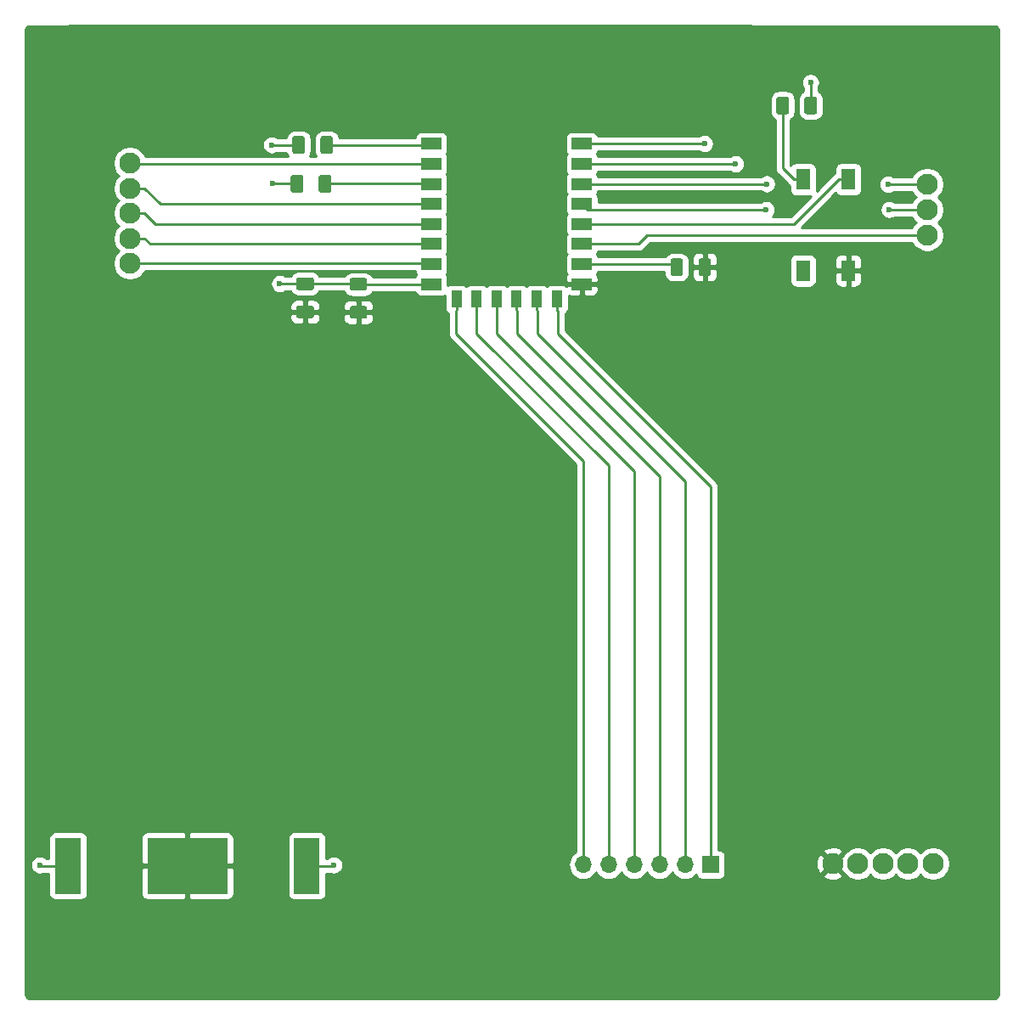
<source format=gbr>
G04 #@! TF.GenerationSoftware,KiCad,Pcbnew,(5.1.2)-1*
G04 #@! TF.CreationDate,2019-07-16T22:17:39-05:00*
G04 #@! TF.ProjectId,8266-dev,38323636-2d64-4657-962e-6b696361645f,rev?*
G04 #@! TF.SameCoordinates,Original*
G04 #@! TF.FileFunction,Copper,L1,Top*
G04 #@! TF.FilePolarity,Positive*
%FSLAX46Y46*%
G04 Gerber Fmt 4.6, Leading zero omitted, Abs format (unit mm)*
G04 Created by KiCad (PCBNEW (5.1.2)-1) date 2019-07-16 22:17:39*
%MOMM*%
%LPD*%
G04 APERTURE LIST*
%ADD10R,8.000000X5.560000*%
%ADD11R,2.600000X5.560000*%
%ADD12C,0.100000*%
%ADD13C,1.250000*%
%ADD14R,1.400000X2.100000*%
%ADD15R,2.000000X1.200000*%
%ADD16R,1.100000X1.700000*%
%ADD17C,2.100000*%
%ADD18R,1.700000X1.700000*%
%ADD19O,1.700000X1.700000*%
%ADD20C,0.600000*%
%ADD21C,0.250000*%
%ADD22C,0.254000*%
G04 APERTURE END LIST*
D10*
X-32349440Y-35267900D03*
D11*
X-20444440Y-35267900D03*
X-44254440Y-35267900D03*
D12*
G36*
X-19977836Y23392356D02*
G01*
X-19953567Y23388756D01*
X-19929769Y23382795D01*
X-19906669Y23374530D01*
X-19884491Y23364040D01*
X-19863447Y23351427D01*
X-19843742Y23336813D01*
X-19825563Y23320337D01*
X-19809087Y23302158D01*
X-19794473Y23282453D01*
X-19781860Y23261409D01*
X-19771370Y23239231D01*
X-19763105Y23216131D01*
X-19757144Y23192333D01*
X-19753544Y23168064D01*
X-19752340Y23143560D01*
X-19752340Y22393560D01*
X-19753544Y22369056D01*
X-19757144Y22344787D01*
X-19763105Y22320989D01*
X-19771370Y22297889D01*
X-19781860Y22275711D01*
X-19794473Y22254667D01*
X-19809087Y22234962D01*
X-19825563Y22216783D01*
X-19843742Y22200307D01*
X-19863447Y22185693D01*
X-19884491Y22173080D01*
X-19906669Y22162590D01*
X-19929769Y22154325D01*
X-19953567Y22148364D01*
X-19977836Y22144764D01*
X-20002340Y22143560D01*
X-21252340Y22143560D01*
X-21276844Y22144764D01*
X-21301113Y22148364D01*
X-21324911Y22154325D01*
X-21348011Y22162590D01*
X-21370189Y22173080D01*
X-21391233Y22185693D01*
X-21410938Y22200307D01*
X-21429117Y22216783D01*
X-21445593Y22234962D01*
X-21460207Y22254667D01*
X-21472820Y22275711D01*
X-21483310Y22297889D01*
X-21491575Y22320989D01*
X-21497536Y22344787D01*
X-21501136Y22369056D01*
X-21502340Y22393560D01*
X-21502340Y23143560D01*
X-21501136Y23168064D01*
X-21497536Y23192333D01*
X-21491575Y23216131D01*
X-21483310Y23239231D01*
X-21472820Y23261409D01*
X-21460207Y23282453D01*
X-21445593Y23302158D01*
X-21429117Y23320337D01*
X-21410938Y23336813D01*
X-21391233Y23351427D01*
X-21370189Y23364040D01*
X-21348011Y23374530D01*
X-21324911Y23382795D01*
X-21301113Y23388756D01*
X-21276844Y23392356D01*
X-21252340Y23393560D01*
X-20002340Y23393560D01*
X-19977836Y23392356D01*
X-19977836Y23392356D01*
G37*
D13*
X-20627340Y22768560D03*
D12*
G36*
X-19977836Y20592356D02*
G01*
X-19953567Y20588756D01*
X-19929769Y20582795D01*
X-19906669Y20574530D01*
X-19884491Y20564040D01*
X-19863447Y20551427D01*
X-19843742Y20536813D01*
X-19825563Y20520337D01*
X-19809087Y20502158D01*
X-19794473Y20482453D01*
X-19781860Y20461409D01*
X-19771370Y20439231D01*
X-19763105Y20416131D01*
X-19757144Y20392333D01*
X-19753544Y20368064D01*
X-19752340Y20343560D01*
X-19752340Y19593560D01*
X-19753544Y19569056D01*
X-19757144Y19544787D01*
X-19763105Y19520989D01*
X-19771370Y19497889D01*
X-19781860Y19475711D01*
X-19794473Y19454667D01*
X-19809087Y19434962D01*
X-19825563Y19416783D01*
X-19843742Y19400307D01*
X-19863447Y19385693D01*
X-19884491Y19373080D01*
X-19906669Y19362590D01*
X-19929769Y19354325D01*
X-19953567Y19348364D01*
X-19977836Y19344764D01*
X-20002340Y19343560D01*
X-21252340Y19343560D01*
X-21276844Y19344764D01*
X-21301113Y19348364D01*
X-21324911Y19354325D01*
X-21348011Y19362590D01*
X-21370189Y19373080D01*
X-21391233Y19385693D01*
X-21410938Y19400307D01*
X-21429117Y19416783D01*
X-21445593Y19434962D01*
X-21460207Y19454667D01*
X-21472820Y19475711D01*
X-21483310Y19497889D01*
X-21491575Y19520989D01*
X-21497536Y19544787D01*
X-21501136Y19569056D01*
X-21502340Y19593560D01*
X-21502340Y20343560D01*
X-21501136Y20368064D01*
X-21497536Y20392333D01*
X-21491575Y20416131D01*
X-21483310Y20439231D01*
X-21472820Y20461409D01*
X-21460207Y20482453D01*
X-21445593Y20502158D01*
X-21429117Y20520337D01*
X-21410938Y20536813D01*
X-21391233Y20551427D01*
X-21370189Y20564040D01*
X-21348011Y20574530D01*
X-21324911Y20582795D01*
X-21301113Y20588756D01*
X-21276844Y20592356D01*
X-21252340Y20593560D01*
X-20002340Y20593560D01*
X-19977836Y20592356D01*
X-19977836Y20592356D01*
G37*
D13*
X-20627340Y19968560D03*
D12*
G36*
X-18071376Y37487896D02*
G01*
X-18047107Y37484296D01*
X-18023309Y37478335D01*
X-18000209Y37470070D01*
X-17978031Y37459580D01*
X-17956987Y37446967D01*
X-17937282Y37432353D01*
X-17919103Y37415877D01*
X-17902627Y37397698D01*
X-17888013Y37377993D01*
X-17875400Y37356949D01*
X-17864910Y37334771D01*
X-17856645Y37311671D01*
X-17850684Y37287873D01*
X-17847084Y37263604D01*
X-17845880Y37239100D01*
X-17845880Y35989100D01*
X-17847084Y35964596D01*
X-17850684Y35940327D01*
X-17856645Y35916529D01*
X-17864910Y35893429D01*
X-17875400Y35871251D01*
X-17888013Y35850207D01*
X-17902627Y35830502D01*
X-17919103Y35812323D01*
X-17937282Y35795847D01*
X-17956987Y35781233D01*
X-17978031Y35768620D01*
X-18000209Y35758130D01*
X-18023309Y35749865D01*
X-18047107Y35743904D01*
X-18071376Y35740304D01*
X-18095880Y35739100D01*
X-18845880Y35739100D01*
X-18870384Y35740304D01*
X-18894653Y35743904D01*
X-18918451Y35749865D01*
X-18941551Y35758130D01*
X-18963729Y35768620D01*
X-18984773Y35781233D01*
X-19004478Y35795847D01*
X-19022657Y35812323D01*
X-19039133Y35830502D01*
X-19053747Y35850207D01*
X-19066360Y35871251D01*
X-19076850Y35893429D01*
X-19085115Y35916529D01*
X-19091076Y35940327D01*
X-19094676Y35964596D01*
X-19095880Y35989100D01*
X-19095880Y37239100D01*
X-19094676Y37263604D01*
X-19091076Y37287873D01*
X-19085115Y37311671D01*
X-19076850Y37334771D01*
X-19066360Y37356949D01*
X-19053747Y37377993D01*
X-19039133Y37397698D01*
X-19022657Y37415877D01*
X-19004478Y37432353D01*
X-18984773Y37446967D01*
X-18963729Y37459580D01*
X-18941551Y37470070D01*
X-18918451Y37478335D01*
X-18894653Y37484296D01*
X-18870384Y37487896D01*
X-18845880Y37489100D01*
X-18095880Y37489100D01*
X-18071376Y37487896D01*
X-18071376Y37487896D01*
G37*
D13*
X-18470880Y36614100D03*
D12*
G36*
X-20871376Y37487896D02*
G01*
X-20847107Y37484296D01*
X-20823309Y37478335D01*
X-20800209Y37470070D01*
X-20778031Y37459580D01*
X-20756987Y37446967D01*
X-20737282Y37432353D01*
X-20719103Y37415877D01*
X-20702627Y37397698D01*
X-20688013Y37377993D01*
X-20675400Y37356949D01*
X-20664910Y37334771D01*
X-20656645Y37311671D01*
X-20650684Y37287873D01*
X-20647084Y37263604D01*
X-20645880Y37239100D01*
X-20645880Y35989100D01*
X-20647084Y35964596D01*
X-20650684Y35940327D01*
X-20656645Y35916529D01*
X-20664910Y35893429D01*
X-20675400Y35871251D01*
X-20688013Y35850207D01*
X-20702627Y35830502D01*
X-20719103Y35812323D01*
X-20737282Y35795847D01*
X-20756987Y35781233D01*
X-20778031Y35768620D01*
X-20800209Y35758130D01*
X-20823309Y35749865D01*
X-20847107Y35743904D01*
X-20871376Y35740304D01*
X-20895880Y35739100D01*
X-21645880Y35739100D01*
X-21670384Y35740304D01*
X-21694653Y35743904D01*
X-21718451Y35749865D01*
X-21741551Y35758130D01*
X-21763729Y35768620D01*
X-21784773Y35781233D01*
X-21804478Y35795847D01*
X-21822657Y35812323D01*
X-21839133Y35830502D01*
X-21853747Y35850207D01*
X-21866360Y35871251D01*
X-21876850Y35893429D01*
X-21885115Y35916529D01*
X-21891076Y35940327D01*
X-21894676Y35964596D01*
X-21895880Y35989100D01*
X-21895880Y37239100D01*
X-21894676Y37263604D01*
X-21891076Y37287873D01*
X-21885115Y37311671D01*
X-21876850Y37334771D01*
X-21866360Y37356949D01*
X-21853747Y37377993D01*
X-21839133Y37397698D01*
X-21822657Y37415877D01*
X-21804478Y37432353D01*
X-21784773Y37446967D01*
X-21763729Y37459580D01*
X-21741551Y37470070D01*
X-21718451Y37478335D01*
X-21694653Y37484296D01*
X-21670384Y37487896D01*
X-21645880Y37489100D01*
X-20895880Y37489100D01*
X-20871376Y37487896D01*
X-20871376Y37487896D01*
G37*
D13*
X-21270880Y36614100D03*
D12*
G36*
X-21039016Y33614396D02*
G01*
X-21014747Y33610796D01*
X-20990949Y33604835D01*
X-20967849Y33596570D01*
X-20945671Y33586080D01*
X-20924627Y33573467D01*
X-20904922Y33558853D01*
X-20886743Y33542377D01*
X-20870267Y33524198D01*
X-20855653Y33504493D01*
X-20843040Y33483449D01*
X-20832550Y33461271D01*
X-20824285Y33438171D01*
X-20818324Y33414373D01*
X-20814724Y33390104D01*
X-20813520Y33365600D01*
X-20813520Y32115600D01*
X-20814724Y32091096D01*
X-20818324Y32066827D01*
X-20824285Y32043029D01*
X-20832550Y32019929D01*
X-20843040Y31997751D01*
X-20855653Y31976707D01*
X-20870267Y31957002D01*
X-20886743Y31938823D01*
X-20904922Y31922347D01*
X-20924627Y31907733D01*
X-20945671Y31895120D01*
X-20967849Y31884630D01*
X-20990949Y31876365D01*
X-21014747Y31870404D01*
X-21039016Y31866804D01*
X-21063520Y31865600D01*
X-21813520Y31865600D01*
X-21838024Y31866804D01*
X-21862293Y31870404D01*
X-21886091Y31876365D01*
X-21909191Y31884630D01*
X-21931369Y31895120D01*
X-21952413Y31907733D01*
X-21972118Y31922347D01*
X-21990297Y31938823D01*
X-22006773Y31957002D01*
X-22021387Y31976707D01*
X-22034000Y31997751D01*
X-22044490Y32019929D01*
X-22052755Y32043029D01*
X-22058716Y32066827D01*
X-22062316Y32091096D01*
X-22063520Y32115600D01*
X-22063520Y33365600D01*
X-22062316Y33390104D01*
X-22058716Y33414373D01*
X-22052755Y33438171D01*
X-22044490Y33461271D01*
X-22034000Y33483449D01*
X-22021387Y33504493D01*
X-22006773Y33524198D01*
X-21990297Y33542377D01*
X-21972118Y33558853D01*
X-21952413Y33573467D01*
X-21931369Y33586080D01*
X-21909191Y33596570D01*
X-21886091Y33604835D01*
X-21862293Y33610796D01*
X-21838024Y33614396D01*
X-21813520Y33615600D01*
X-21063520Y33615600D01*
X-21039016Y33614396D01*
X-21039016Y33614396D01*
G37*
D13*
X-21438520Y32740600D03*
D12*
G36*
X-18239016Y33614396D02*
G01*
X-18214747Y33610796D01*
X-18190949Y33604835D01*
X-18167849Y33596570D01*
X-18145671Y33586080D01*
X-18124627Y33573467D01*
X-18104922Y33558853D01*
X-18086743Y33542377D01*
X-18070267Y33524198D01*
X-18055653Y33504493D01*
X-18043040Y33483449D01*
X-18032550Y33461271D01*
X-18024285Y33438171D01*
X-18018324Y33414373D01*
X-18014724Y33390104D01*
X-18013520Y33365600D01*
X-18013520Y32115600D01*
X-18014724Y32091096D01*
X-18018324Y32066827D01*
X-18024285Y32043029D01*
X-18032550Y32019929D01*
X-18043040Y31997751D01*
X-18055653Y31976707D01*
X-18070267Y31957002D01*
X-18086743Y31938823D01*
X-18104922Y31922347D01*
X-18124627Y31907733D01*
X-18145671Y31895120D01*
X-18167849Y31884630D01*
X-18190949Y31876365D01*
X-18214747Y31870404D01*
X-18239016Y31866804D01*
X-18263520Y31865600D01*
X-19013520Y31865600D01*
X-19038024Y31866804D01*
X-19062293Y31870404D01*
X-19086091Y31876365D01*
X-19109191Y31884630D01*
X-19131369Y31895120D01*
X-19152413Y31907733D01*
X-19172118Y31922347D01*
X-19190297Y31938823D01*
X-19206773Y31957002D01*
X-19221387Y31976707D01*
X-19234000Y31997751D01*
X-19244490Y32019929D01*
X-19252755Y32043029D01*
X-19258716Y32066827D01*
X-19262316Y32091096D01*
X-19263520Y32115600D01*
X-19263520Y33365600D01*
X-19262316Y33390104D01*
X-19258716Y33414373D01*
X-19252755Y33438171D01*
X-19244490Y33461271D01*
X-19234000Y33483449D01*
X-19221387Y33504493D01*
X-19206773Y33524198D01*
X-19190297Y33542377D01*
X-19172118Y33558853D01*
X-19152413Y33573467D01*
X-19131369Y33586080D01*
X-19109191Y33596570D01*
X-19086091Y33604835D01*
X-19062293Y33610796D01*
X-19038024Y33614396D01*
X-19013520Y33615600D01*
X-18263520Y33615600D01*
X-18239016Y33614396D01*
X-18239016Y33614396D01*
G37*
D13*
X-18638520Y32740600D03*
D12*
G36*
X30191164Y41417276D02*
G01*
X30215433Y41413676D01*
X30239231Y41407715D01*
X30262331Y41399450D01*
X30284509Y41388960D01*
X30305553Y41376347D01*
X30325258Y41361733D01*
X30343437Y41345257D01*
X30359913Y41327078D01*
X30374527Y41307373D01*
X30387140Y41286329D01*
X30397630Y41264151D01*
X30405895Y41241051D01*
X30411856Y41217253D01*
X30415456Y41192984D01*
X30416660Y41168480D01*
X30416660Y39918480D01*
X30415456Y39893976D01*
X30411856Y39869707D01*
X30405895Y39845909D01*
X30397630Y39822809D01*
X30387140Y39800631D01*
X30374527Y39779587D01*
X30359913Y39759882D01*
X30343437Y39741703D01*
X30325258Y39725227D01*
X30305553Y39710613D01*
X30284509Y39698000D01*
X30262331Y39687510D01*
X30239231Y39679245D01*
X30215433Y39673284D01*
X30191164Y39669684D01*
X30166660Y39668480D01*
X29416660Y39668480D01*
X29392156Y39669684D01*
X29367887Y39673284D01*
X29344089Y39679245D01*
X29320989Y39687510D01*
X29298811Y39698000D01*
X29277767Y39710613D01*
X29258062Y39725227D01*
X29239883Y39741703D01*
X29223407Y39759882D01*
X29208793Y39779587D01*
X29196180Y39800631D01*
X29185690Y39822809D01*
X29177425Y39845909D01*
X29171464Y39869707D01*
X29167864Y39893976D01*
X29166660Y39918480D01*
X29166660Y41168480D01*
X29167864Y41192984D01*
X29171464Y41217253D01*
X29177425Y41241051D01*
X29185690Y41264151D01*
X29196180Y41286329D01*
X29208793Y41307373D01*
X29223407Y41327078D01*
X29239883Y41345257D01*
X29258062Y41361733D01*
X29277767Y41376347D01*
X29298811Y41388960D01*
X29320989Y41399450D01*
X29344089Y41407715D01*
X29367887Y41413676D01*
X29392156Y41417276D01*
X29416660Y41418480D01*
X30166660Y41418480D01*
X30191164Y41417276D01*
X30191164Y41417276D01*
G37*
D13*
X29791660Y40543480D03*
D12*
G36*
X27391164Y41417276D02*
G01*
X27415433Y41413676D01*
X27439231Y41407715D01*
X27462331Y41399450D01*
X27484509Y41388960D01*
X27505553Y41376347D01*
X27525258Y41361733D01*
X27543437Y41345257D01*
X27559913Y41327078D01*
X27574527Y41307373D01*
X27587140Y41286329D01*
X27597630Y41264151D01*
X27605895Y41241051D01*
X27611856Y41217253D01*
X27615456Y41192984D01*
X27616660Y41168480D01*
X27616660Y39918480D01*
X27615456Y39893976D01*
X27611856Y39869707D01*
X27605895Y39845909D01*
X27597630Y39822809D01*
X27587140Y39800631D01*
X27574527Y39779587D01*
X27559913Y39759882D01*
X27543437Y39741703D01*
X27525258Y39725227D01*
X27505553Y39710613D01*
X27484509Y39698000D01*
X27462331Y39687510D01*
X27439231Y39679245D01*
X27415433Y39673284D01*
X27391164Y39669684D01*
X27366660Y39668480D01*
X26616660Y39668480D01*
X26592156Y39669684D01*
X26567887Y39673284D01*
X26544089Y39679245D01*
X26520989Y39687510D01*
X26498811Y39698000D01*
X26477767Y39710613D01*
X26458062Y39725227D01*
X26439883Y39741703D01*
X26423407Y39759882D01*
X26408793Y39779587D01*
X26396180Y39800631D01*
X26385690Y39822809D01*
X26377425Y39845909D01*
X26371464Y39869707D01*
X26367864Y39893976D01*
X26366660Y39918480D01*
X26366660Y41168480D01*
X26367864Y41192984D01*
X26371464Y41217253D01*
X26377425Y41241051D01*
X26385690Y41264151D01*
X26396180Y41286329D01*
X26408793Y41307373D01*
X26423407Y41327078D01*
X26439883Y41345257D01*
X26458062Y41361733D01*
X26477767Y41376347D01*
X26498811Y41388960D01*
X26520989Y41399450D01*
X26544089Y41407715D01*
X26567887Y41413676D01*
X26592156Y41417276D01*
X26616660Y41418480D01*
X27366660Y41418480D01*
X27391164Y41417276D01*
X27391164Y41417276D01*
G37*
D13*
X26991660Y40543480D03*
D12*
G36*
X19625224Y25300976D02*
G01*
X19649493Y25297376D01*
X19673291Y25291415D01*
X19696391Y25283150D01*
X19718569Y25272660D01*
X19739613Y25260047D01*
X19759318Y25245433D01*
X19777497Y25228957D01*
X19793973Y25210778D01*
X19808587Y25191073D01*
X19821200Y25170029D01*
X19831690Y25147851D01*
X19839955Y25124751D01*
X19845916Y25100953D01*
X19849516Y25076684D01*
X19850720Y25052180D01*
X19850720Y23802180D01*
X19849516Y23777676D01*
X19845916Y23753407D01*
X19839955Y23729609D01*
X19831690Y23706509D01*
X19821200Y23684331D01*
X19808587Y23663287D01*
X19793973Y23643582D01*
X19777497Y23625403D01*
X19759318Y23608927D01*
X19739613Y23594313D01*
X19718569Y23581700D01*
X19696391Y23571210D01*
X19673291Y23562945D01*
X19649493Y23556984D01*
X19625224Y23553384D01*
X19600720Y23552180D01*
X18850720Y23552180D01*
X18826216Y23553384D01*
X18801947Y23556984D01*
X18778149Y23562945D01*
X18755049Y23571210D01*
X18732871Y23581700D01*
X18711827Y23594313D01*
X18692122Y23608927D01*
X18673943Y23625403D01*
X18657467Y23643582D01*
X18642853Y23663287D01*
X18630240Y23684331D01*
X18619750Y23706509D01*
X18611485Y23729609D01*
X18605524Y23753407D01*
X18601924Y23777676D01*
X18600720Y23802180D01*
X18600720Y25052180D01*
X18601924Y25076684D01*
X18605524Y25100953D01*
X18611485Y25124751D01*
X18619750Y25147851D01*
X18630240Y25170029D01*
X18642853Y25191073D01*
X18657467Y25210778D01*
X18673943Y25228957D01*
X18692122Y25245433D01*
X18711827Y25260047D01*
X18732871Y25272660D01*
X18755049Y25283150D01*
X18778149Y25291415D01*
X18801947Y25297376D01*
X18826216Y25300976D01*
X18850720Y25302180D01*
X19600720Y25302180D01*
X19625224Y25300976D01*
X19625224Y25300976D01*
G37*
D13*
X19225720Y24427180D03*
D12*
G36*
X16825224Y25300976D02*
G01*
X16849493Y25297376D01*
X16873291Y25291415D01*
X16896391Y25283150D01*
X16918569Y25272660D01*
X16939613Y25260047D01*
X16959318Y25245433D01*
X16977497Y25228957D01*
X16993973Y25210778D01*
X17008587Y25191073D01*
X17021200Y25170029D01*
X17031690Y25147851D01*
X17039955Y25124751D01*
X17045916Y25100953D01*
X17049516Y25076684D01*
X17050720Y25052180D01*
X17050720Y23802180D01*
X17049516Y23777676D01*
X17045916Y23753407D01*
X17039955Y23729609D01*
X17031690Y23706509D01*
X17021200Y23684331D01*
X17008587Y23663287D01*
X16993973Y23643582D01*
X16977497Y23625403D01*
X16959318Y23608927D01*
X16939613Y23594313D01*
X16918569Y23581700D01*
X16896391Y23571210D01*
X16873291Y23562945D01*
X16849493Y23556984D01*
X16825224Y23553384D01*
X16800720Y23552180D01*
X16050720Y23552180D01*
X16026216Y23553384D01*
X16001947Y23556984D01*
X15978149Y23562945D01*
X15955049Y23571210D01*
X15932871Y23581700D01*
X15911827Y23594313D01*
X15892122Y23608927D01*
X15873943Y23625403D01*
X15857467Y23643582D01*
X15842853Y23663287D01*
X15830240Y23684331D01*
X15819750Y23706509D01*
X15811485Y23729609D01*
X15805524Y23753407D01*
X15801924Y23777676D01*
X15800720Y23802180D01*
X15800720Y25052180D01*
X15801924Y25076684D01*
X15805524Y25100953D01*
X15811485Y25124751D01*
X15819750Y25147851D01*
X15830240Y25170029D01*
X15842853Y25191073D01*
X15857467Y25210778D01*
X15873943Y25228957D01*
X15892122Y25245433D01*
X15911827Y25260047D01*
X15932871Y25272660D01*
X15955049Y25283150D01*
X15978149Y25291415D01*
X16001947Y25297376D01*
X16026216Y25300976D01*
X16050720Y25302180D01*
X16800720Y25302180D01*
X16825224Y25300976D01*
X16825224Y25300976D01*
G37*
D13*
X16425720Y24427180D03*
D14*
X33537720Y24088500D03*
X29037720Y24088500D03*
X29037720Y33188500D03*
X33537720Y33188500D03*
D15*
X-8030860Y36730700D03*
X-8030860Y34730700D03*
X-8030860Y32730700D03*
X-8030860Y30730700D03*
X-8030860Y28730700D03*
X-8030860Y26730700D03*
X-8030860Y24730700D03*
X-8030860Y22730700D03*
X6969140Y22730700D03*
X6969140Y24730700D03*
X6969140Y26730700D03*
X6969140Y28730700D03*
X6969140Y30730700D03*
X6969140Y32730700D03*
X6969140Y34730700D03*
X6969140Y36730700D03*
D16*
X-5530860Y21230700D03*
X-3530860Y21230700D03*
X-1530860Y21230700D03*
X469140Y21230700D03*
X2469140Y21230700D03*
X4469140Y21230700D03*
D17*
X31993840Y-35046920D03*
X34493840Y-35046920D03*
X36993840Y-35046920D03*
X39493840Y-35046920D03*
X41993840Y-35046920D03*
X-38100000Y34798000D03*
X-38100000Y32298000D03*
X-38100000Y29798000D03*
X-38100000Y27298000D03*
X-38100000Y24798000D03*
D18*
X19806920Y-35148520D03*
D19*
X17266920Y-35148520D03*
X14726920Y-35148520D03*
X12186920Y-35148520D03*
X9646920Y-35148520D03*
X7106920Y-35148520D03*
D17*
X41402000Y32707580D03*
X41402000Y30167580D03*
X41402000Y27627580D03*
D12*
G36*
X-14661616Y23347096D02*
G01*
X-14637347Y23343496D01*
X-14613549Y23337535D01*
X-14590449Y23329270D01*
X-14568271Y23318780D01*
X-14547227Y23306167D01*
X-14527522Y23291553D01*
X-14509343Y23275077D01*
X-14492867Y23256898D01*
X-14478253Y23237193D01*
X-14465640Y23216149D01*
X-14455150Y23193971D01*
X-14446885Y23170871D01*
X-14440924Y23147073D01*
X-14437324Y23122804D01*
X-14436120Y23098300D01*
X-14436120Y22348300D01*
X-14437324Y22323796D01*
X-14440924Y22299527D01*
X-14446885Y22275729D01*
X-14455150Y22252629D01*
X-14465640Y22230451D01*
X-14478253Y22209407D01*
X-14492867Y22189702D01*
X-14509343Y22171523D01*
X-14527522Y22155047D01*
X-14547227Y22140433D01*
X-14568271Y22127820D01*
X-14590449Y22117330D01*
X-14613549Y22109065D01*
X-14637347Y22103104D01*
X-14661616Y22099504D01*
X-14686120Y22098300D01*
X-15936120Y22098300D01*
X-15960624Y22099504D01*
X-15984893Y22103104D01*
X-16008691Y22109065D01*
X-16031791Y22117330D01*
X-16053969Y22127820D01*
X-16075013Y22140433D01*
X-16094718Y22155047D01*
X-16112897Y22171523D01*
X-16129373Y22189702D01*
X-16143987Y22209407D01*
X-16156600Y22230451D01*
X-16167090Y22252629D01*
X-16175355Y22275729D01*
X-16181316Y22299527D01*
X-16184916Y22323796D01*
X-16186120Y22348300D01*
X-16186120Y23098300D01*
X-16184916Y23122804D01*
X-16181316Y23147073D01*
X-16175355Y23170871D01*
X-16167090Y23193971D01*
X-16156600Y23216149D01*
X-16143987Y23237193D01*
X-16129373Y23256898D01*
X-16112897Y23275077D01*
X-16094718Y23291553D01*
X-16075013Y23306167D01*
X-16053969Y23318780D01*
X-16031791Y23329270D01*
X-16008691Y23337535D01*
X-15984893Y23343496D01*
X-15960624Y23347096D01*
X-15936120Y23348300D01*
X-14686120Y23348300D01*
X-14661616Y23347096D01*
X-14661616Y23347096D01*
G37*
D13*
X-15311120Y22723300D03*
D12*
G36*
X-14661616Y20547096D02*
G01*
X-14637347Y20543496D01*
X-14613549Y20537535D01*
X-14590449Y20529270D01*
X-14568271Y20518780D01*
X-14547227Y20506167D01*
X-14527522Y20491553D01*
X-14509343Y20475077D01*
X-14492867Y20456898D01*
X-14478253Y20437193D01*
X-14465640Y20416149D01*
X-14455150Y20393971D01*
X-14446885Y20370871D01*
X-14440924Y20347073D01*
X-14437324Y20322804D01*
X-14436120Y20298300D01*
X-14436120Y19548300D01*
X-14437324Y19523796D01*
X-14440924Y19499527D01*
X-14446885Y19475729D01*
X-14455150Y19452629D01*
X-14465640Y19430451D01*
X-14478253Y19409407D01*
X-14492867Y19389702D01*
X-14509343Y19371523D01*
X-14527522Y19355047D01*
X-14547227Y19340433D01*
X-14568271Y19327820D01*
X-14590449Y19317330D01*
X-14613549Y19309065D01*
X-14637347Y19303104D01*
X-14661616Y19299504D01*
X-14686120Y19298300D01*
X-15936120Y19298300D01*
X-15960624Y19299504D01*
X-15984893Y19303104D01*
X-16008691Y19309065D01*
X-16031791Y19317330D01*
X-16053969Y19327820D01*
X-16075013Y19340433D01*
X-16094718Y19355047D01*
X-16112897Y19371523D01*
X-16129373Y19389702D01*
X-16143987Y19409407D01*
X-16156600Y19430451D01*
X-16167090Y19452629D01*
X-16175355Y19475729D01*
X-16181316Y19499527D01*
X-16184916Y19523796D01*
X-16186120Y19548300D01*
X-16186120Y20298300D01*
X-16184916Y20322804D01*
X-16181316Y20347073D01*
X-16175355Y20370871D01*
X-16167090Y20393971D01*
X-16156600Y20416149D01*
X-16143987Y20437193D01*
X-16129373Y20456898D01*
X-16112897Y20475077D01*
X-16094718Y20491553D01*
X-16075013Y20506167D01*
X-16053969Y20518780D01*
X-16031791Y20529270D01*
X-16008691Y20537535D01*
X-15984893Y20543496D01*
X-15960624Y20547096D01*
X-15936120Y20548300D01*
X-14686120Y20548300D01*
X-14661616Y20547096D01*
X-14661616Y20547096D01*
G37*
D13*
X-15311120Y19923300D03*
D20*
X-17764760Y-35186620D03*
X-23152100Y22778720D03*
X29778960Y42839640D03*
X-23947120Y36624260D03*
X-23888700Y32796480D03*
X-47104300Y-35181540D03*
X19207480Y36748720D03*
X22308820Y34721800D03*
X37495480Y32689800D03*
X25392380Y32732980D03*
X37619940Y30162500D03*
X25349200Y30162500D03*
D21*
X-20444440Y-35267900D02*
X-17846040Y-35267900D01*
X-17846040Y-35267900D02*
X-17764760Y-35186620D01*
X-14371180Y22730700D02*
X-14373860Y22728020D01*
X-20586800Y22728020D02*
X-20627340Y22768560D01*
X-23141940Y22768560D02*
X-23152100Y22778720D01*
X29791660Y40543480D02*
X29791660Y42826940D01*
X29791660Y42826940D02*
X29778960Y42839640D01*
X-21995880Y36614100D02*
X-22013660Y36596320D01*
X-21270880Y36614100D02*
X-21995880Y36614100D01*
X-22013660Y36596320D02*
X-23919180Y36596320D01*
X-23919180Y36596320D02*
X-23947120Y36624260D01*
X-21438520Y32740600D02*
X-23832820Y32740600D01*
X-23832820Y32740600D02*
X-23888700Y32796480D01*
X-44254440Y-35267900D02*
X-47017940Y-35267900D01*
X-47017940Y-35267900D02*
X-47104300Y-35181540D01*
X-20637500Y22778720D02*
X-20627340Y22768560D01*
X-23152100Y22778720D02*
X-20637500Y22778720D01*
X-15356380Y22768560D02*
X-15311120Y22723300D01*
X-20627340Y22768560D02*
X-15356380Y22768560D01*
X-8038260Y22723300D02*
X-8030860Y22730700D01*
X-15311120Y22723300D02*
X-8038260Y22723300D01*
X-8147460Y36614100D02*
X-8030860Y36730700D01*
X-18470880Y36614100D02*
X-8147460Y36614100D01*
X-8040760Y32740600D02*
X-8030860Y32730700D01*
X-18638520Y32740600D02*
X-8040760Y32740600D01*
X28087720Y33188500D02*
X29037720Y33188500D01*
X26991660Y34284560D02*
X28087720Y33188500D01*
X26991660Y40543480D02*
X26991660Y34284560D01*
X16122200Y24730700D02*
X16425720Y24427180D01*
X6969140Y24730700D02*
X16122200Y24730700D01*
X8219140Y28730700D02*
X6969140Y28730700D01*
X28129920Y28730700D02*
X8219140Y28730700D01*
X32587720Y33188500D02*
X28129920Y28730700D01*
X33537720Y33188500D02*
X32587720Y33188500D01*
X6987160Y36748720D02*
X6969140Y36730700D01*
X19207480Y36748720D02*
X6987160Y36748720D01*
X6978040Y34721800D02*
X6969140Y34730700D01*
X22308820Y34721800D02*
X6978040Y34721800D01*
X-8171820Y34871660D02*
X-8030860Y34730700D01*
X-38032700Y34730700D02*
X-38100000Y34798000D01*
X-8030860Y34730700D02*
X-38032700Y34730700D01*
X-25904700Y30730700D02*
X-8030860Y30730700D01*
X-35047776Y30730700D02*
X-25904700Y30730700D01*
X-36615076Y32298000D02*
X-35047776Y30730700D01*
X-38100000Y32298000D02*
X-36615076Y32298000D01*
X-26698700Y28730700D02*
X-8030860Y28730700D01*
X-35547776Y28730700D02*
X-26698700Y28730700D01*
X-36615076Y29798000D02*
X-35547776Y28730700D01*
X-38100000Y29798000D02*
X-36615076Y29798000D01*
X-27359380Y26730700D02*
X-8030860Y26730700D01*
X-36047776Y26730700D02*
X-27359380Y26730700D01*
X-36615076Y27298000D02*
X-36047776Y26730700D01*
X-38100000Y27298000D02*
X-36615076Y27298000D01*
X-8171820Y24871660D02*
X-8030860Y24730700D01*
X-8098160Y24798000D02*
X-8030860Y24730700D01*
X-38100000Y24798000D02*
X-8098160Y24798000D01*
X4469140Y20130700D02*
X4572000Y20027840D01*
X4469140Y21230700D02*
X4469140Y20130700D01*
X4572000Y20027840D02*
X4572000Y17780000D01*
X19806920Y2545080D02*
X19806920Y-35148520D01*
X4572000Y17780000D02*
X19806920Y2545080D01*
X2469140Y20130700D02*
X2540000Y20059840D01*
X2469140Y21230700D02*
X2469140Y20130700D01*
X2540000Y20059840D02*
X2540000Y17780000D01*
X17266920Y3053080D02*
X17266920Y-35148520D01*
X2540000Y17780000D02*
X17266920Y3053080D01*
X469140Y20130700D02*
X508000Y20091840D01*
X469140Y21230700D02*
X469140Y20130700D01*
X508000Y20091840D02*
X508000Y17780000D01*
X14726920Y3561080D02*
X14726920Y-35148520D01*
X508000Y17780000D02*
X14726920Y3561080D01*
X-1530860Y20130700D02*
X-1524000Y20123840D01*
X-1530860Y21230700D02*
X-1530860Y20130700D01*
X-1524000Y20123840D02*
X-1524000Y17780000D01*
X12186920Y4069080D02*
X12186920Y-35148520D01*
X-1524000Y17780000D02*
X12186920Y4069080D01*
X-3530860Y21230700D02*
X-3530860Y17805140D01*
X9646920Y4627360D02*
X9646920Y-35148520D01*
X-3530860Y17805140D02*
X9646920Y4627360D01*
X-5530860Y20130700D02*
X-5588000Y20073560D01*
X-5530860Y21230700D02*
X-5530860Y20130700D01*
X-5588000Y20073560D02*
X-5588000Y17780000D01*
X-5588000Y17780000D02*
X7112000Y5080000D01*
X7106920Y5074920D02*
X7106920Y-35148520D01*
X7112000Y5080000D02*
X7106920Y5074920D01*
X41402000Y32707580D02*
X37513260Y32707580D01*
X37513260Y32707580D02*
X37495480Y32689800D01*
X6971420Y32732980D02*
X6969140Y32730700D01*
X25392380Y32732980D02*
X6971420Y32732980D01*
X41402000Y30167580D02*
X37625020Y30167580D01*
X37625020Y30167580D02*
X37619940Y30162500D01*
X7537340Y30162500D02*
X6969140Y30730700D01*
X25349200Y30162500D02*
X7537340Y30162500D01*
X41402000Y27627580D02*
X13489940Y27627580D01*
X12593060Y26730700D02*
X6969140Y26730700D01*
X13489940Y27627580D02*
X12593060Y26730700D01*
D22*
G36*
X-19279380Y48486683D02*
G01*
X-18167920Y48486672D01*
X-17032957Y48486654D01*
X-15874359Y48486629D01*
X-14691988Y48486597D01*
X-13485714Y48486559D01*
X-12255397Y48486514D01*
X-11000905Y48486462D01*
X-9722102Y48486404D01*
X-8418856Y48486339D01*
X-7091029Y48486267D01*
X-5738487Y48486189D01*
X-4361098Y48486104D01*
X-2958723Y48486012D01*
X-1531230Y48485914D01*
X-78485Y48485810D01*
X50790Y48485800D01*
X48166942Y48482252D01*
X48212305Y48465104D01*
X48298536Y48421621D01*
X48366901Y48366352D01*
X48422081Y48297832D01*
X48465085Y48212352D01*
X48482250Y48166946D01*
X48482250Y-48166945D01*
X48465101Y-48212307D01*
X48421620Y-48298536D01*
X48366351Y-48366901D01*
X48297831Y-48422081D01*
X48212354Y-48465084D01*
X48166942Y-48482251D01*
X31744Y-48484365D01*
X-1371765Y-48484425D01*
X-2750064Y-48484481D01*
X-4103343Y-48484532D01*
X-5431790Y-48484578D01*
X-6735598Y-48484620D01*
X-8014957Y-48484657D01*
X-9270054Y-48484690D01*
X-10501082Y-48484718D01*
X-11708230Y-48484741D01*
X-12891687Y-48484759D01*
X-14051644Y-48484772D01*
X-15188291Y-48484780D01*
X-16301818Y-48484783D01*
X-17392413Y-48484781D01*
X-18460268Y-48484774D01*
X-19505574Y-48484762D01*
X-20528518Y-48484745D01*
X-21529293Y-48484722D01*
X-22508087Y-48484694D01*
X-23465091Y-48484661D01*
X-24400492Y-48484622D01*
X-25314486Y-48484578D01*
X-26207256Y-48484528D01*
X-27078998Y-48484472D01*
X-27929898Y-48484411D01*
X-28760148Y-48484344D01*
X-29569936Y-48484272D01*
X-30359454Y-48484194D01*
X-31128892Y-48484109D01*
X-31878438Y-48484019D01*
X-32608285Y-48483923D01*
X-33318619Y-48483822D01*
X-34009633Y-48483714D01*
X-34681517Y-48483599D01*
X-35334460Y-48483479D01*
X-35968651Y-48483353D01*
X-36584280Y-48483220D01*
X-37181540Y-48483081D01*
X-37760618Y-48482936D01*
X-38321705Y-48482784D01*
X-38864991Y-48482625D01*
X-39390665Y-48482461D01*
X-39898919Y-48482289D01*
X-40389942Y-48482111D01*
X-40863922Y-48481927D01*
X-41321052Y-48481736D01*
X-41761520Y-48481537D01*
X-42185516Y-48481333D01*
X-42593231Y-48481121D01*
X-42984854Y-48480902D01*
X-43360576Y-48480676D01*
X-43720586Y-48480444D01*
X-44065074Y-48480204D01*
X-44394230Y-48479957D01*
X-44708244Y-48479703D01*
X-45007306Y-48479442D01*
X-45291606Y-48479173D01*
X-45561333Y-48478897D01*
X-45816677Y-48478614D01*
X-46057829Y-48478323D01*
X-46284978Y-48478025D01*
X-46498312Y-48477719D01*
X-46698024Y-48477405D01*
X-46884301Y-48477084D01*
X-47057332Y-48476756D01*
X-47217309Y-48476419D01*
X-47364418Y-48476075D01*
X-47498891Y-48475723D01*
X-47498891Y-48475724D01*
X-47620788Y-48475364D01*
X-47730424Y-48474996D01*
X-47827942Y-48474620D01*
X-47913628Y-48474236D01*
X-47987488Y-48473845D01*
X-48049579Y-48473446D01*
X-48100565Y-48473039D01*
X-48140090Y-48472626D01*
X-48168131Y-48472215D01*
X-48173665Y-48472083D01*
X-48252405Y-48446018D01*
X-48324671Y-48403266D01*
X-48385203Y-48346926D01*
X-48432740Y-48278375D01*
X-48466999Y-48195652D01*
X-48475112Y-48161677D01*
X-48475124Y-48161231D01*
X-48475497Y-48122741D01*
X-48475877Y-48058343D01*
X-48476252Y-47969596D01*
X-48476622Y-47856783D01*
X-48476621Y-47856783D01*
X-48476987Y-47720059D01*
X-48477347Y-47560013D01*
X-48477702Y-47376914D01*
X-48478051Y-47171105D01*
X-48478396Y-46942922D01*
X-48478735Y-46692710D01*
X-48479069Y-46420804D01*
X-48479397Y-46127543D01*
X-48479721Y-45813263D01*
X-48480039Y-45478305D01*
X-48480352Y-45123005D01*
X-48480660Y-44747700D01*
X-48480962Y-44352728D01*
X-48481260Y-43938426D01*
X-48481552Y-43505132D01*
X-48481839Y-43053183D01*
X-48482120Y-42582917D01*
X-48482397Y-42094670D01*
X-48482668Y-41588780D01*
X-48482934Y-41065585D01*
X-48483194Y-40525422D01*
X-48483450Y-39968628D01*
X-48483700Y-39395540D01*
X-48483945Y-38806495D01*
X-48484185Y-38201832D01*
X-48484419Y-37581887D01*
X-48484649Y-36946997D01*
X-48484873Y-36297500D01*
X-48485091Y-35633734D01*
X-48485262Y-35089451D01*
X-48039300Y-35089451D01*
X-48039300Y-35273629D01*
X-48003368Y-35454269D01*
X-47932886Y-35624429D01*
X-47830562Y-35777568D01*
X-47700328Y-35907802D01*
X-47547189Y-36010126D01*
X-47377029Y-36080608D01*
X-47196389Y-36116540D01*
X-47012211Y-36116540D01*
X-46831571Y-36080608D01*
X-46704322Y-36027900D01*
X-46192512Y-36027900D01*
X-46192512Y-38047900D01*
X-46180252Y-38172382D01*
X-46143942Y-38292080D01*
X-46084977Y-38402394D01*
X-46005625Y-38499085D01*
X-45908934Y-38578437D01*
X-45798620Y-38637402D01*
X-45678922Y-38673712D01*
X-45554440Y-38685972D01*
X-42954440Y-38685972D01*
X-42829958Y-38673712D01*
X-42710260Y-38637402D01*
X-42599946Y-38578437D01*
X-42503255Y-38499085D01*
X-42423903Y-38402394D01*
X-42364938Y-38292080D01*
X-42328628Y-38172382D01*
X-42316368Y-38047900D01*
X-36987512Y-38047900D01*
X-36975252Y-38172382D01*
X-36938942Y-38292080D01*
X-36879977Y-38402394D01*
X-36800625Y-38499085D01*
X-36703934Y-38578437D01*
X-36593620Y-38637402D01*
X-36473922Y-38673712D01*
X-36349440Y-38685972D01*
X-32635190Y-38682900D01*
X-32476440Y-38524150D01*
X-32476440Y-35394900D01*
X-32222440Y-35394900D01*
X-32222440Y-38524150D01*
X-32063690Y-38682900D01*
X-28349440Y-38685972D01*
X-28224958Y-38673712D01*
X-28105260Y-38637402D01*
X-27994946Y-38578437D01*
X-27898255Y-38499085D01*
X-27818903Y-38402394D01*
X-27759938Y-38292080D01*
X-27723628Y-38172382D01*
X-27711368Y-38047900D01*
X-27714440Y-35553650D01*
X-27873190Y-35394900D01*
X-32222440Y-35394900D01*
X-32476440Y-35394900D01*
X-36825690Y-35394900D01*
X-36984440Y-35553650D01*
X-36987512Y-38047900D01*
X-42316368Y-38047900D01*
X-42316368Y-32487900D01*
X-36987512Y-32487900D01*
X-36984440Y-34982150D01*
X-36825690Y-35140900D01*
X-32476440Y-35140900D01*
X-32476440Y-32011650D01*
X-32222440Y-32011650D01*
X-32222440Y-35140900D01*
X-27873190Y-35140900D01*
X-27714440Y-34982150D01*
X-27711368Y-32487900D01*
X-22382512Y-32487900D01*
X-22382512Y-38047900D01*
X-22370252Y-38172382D01*
X-22333942Y-38292080D01*
X-22274977Y-38402394D01*
X-22195625Y-38499085D01*
X-22098934Y-38578437D01*
X-21988620Y-38637402D01*
X-21868922Y-38673712D01*
X-21744440Y-38685972D01*
X-19144440Y-38685972D01*
X-19019958Y-38673712D01*
X-18900260Y-38637402D01*
X-18789946Y-38578437D01*
X-18693255Y-38499085D01*
X-18613903Y-38402394D01*
X-18554938Y-38292080D01*
X-18518628Y-38172382D01*
X-18506368Y-38047900D01*
X-18506368Y-36027900D01*
X-18177003Y-36027900D01*
X-18037489Y-36085688D01*
X-17856849Y-36121620D01*
X-17672671Y-36121620D01*
X-17492031Y-36085688D01*
X-17321871Y-36015206D01*
X-17168732Y-35912882D01*
X-17038498Y-35782648D01*
X-16936174Y-35629509D01*
X-16865692Y-35459349D01*
X-16829760Y-35278709D01*
X-16829760Y-35094531D01*
X-16865692Y-34913891D01*
X-16936174Y-34743731D01*
X-17038498Y-34590592D01*
X-17168732Y-34460358D01*
X-17321871Y-34358034D01*
X-17492031Y-34287552D01*
X-17672671Y-34251620D01*
X-17856849Y-34251620D01*
X-18037489Y-34287552D01*
X-18207649Y-34358034D01*
X-18360788Y-34460358D01*
X-18408330Y-34507900D01*
X-18506368Y-34507900D01*
X-18506368Y-32487900D01*
X-18518628Y-32363418D01*
X-18554938Y-32243720D01*
X-18613903Y-32133406D01*
X-18693255Y-32036715D01*
X-18789946Y-31957363D01*
X-18900260Y-31898398D01*
X-19019958Y-31862088D01*
X-19144440Y-31849828D01*
X-21744440Y-31849828D01*
X-21868922Y-31862088D01*
X-21988620Y-31898398D01*
X-22098934Y-31957363D01*
X-22195625Y-32036715D01*
X-22274977Y-32133406D01*
X-22333942Y-32243720D01*
X-22370252Y-32363418D01*
X-22382512Y-32487900D01*
X-27711368Y-32487900D01*
X-27723628Y-32363418D01*
X-27759938Y-32243720D01*
X-27818903Y-32133406D01*
X-27898255Y-32036715D01*
X-27994946Y-31957363D01*
X-28105260Y-31898398D01*
X-28224958Y-31862088D01*
X-28349440Y-31849828D01*
X-32063690Y-31852900D01*
X-32222440Y-32011650D01*
X-32476440Y-32011650D01*
X-32635190Y-31852900D01*
X-36349440Y-31849828D01*
X-36473922Y-31862088D01*
X-36593620Y-31898398D01*
X-36703934Y-31957363D01*
X-36800625Y-32036715D01*
X-36879977Y-32133406D01*
X-36938942Y-32243720D01*
X-36975252Y-32363418D01*
X-36987512Y-32487900D01*
X-42316368Y-32487900D01*
X-42328628Y-32363418D01*
X-42364938Y-32243720D01*
X-42423903Y-32133406D01*
X-42503255Y-32036715D01*
X-42599946Y-31957363D01*
X-42710260Y-31898398D01*
X-42829958Y-31862088D01*
X-42954440Y-31849828D01*
X-45554440Y-31849828D01*
X-45678922Y-31862088D01*
X-45798620Y-31898398D01*
X-45908934Y-31957363D01*
X-46005625Y-32036715D01*
X-46084977Y-32133406D01*
X-46143942Y-32243720D01*
X-46180252Y-32363418D01*
X-46192512Y-32487900D01*
X-46192512Y-34507900D01*
X-46455650Y-34507900D01*
X-46508272Y-34455278D01*
X-46661411Y-34352954D01*
X-46831571Y-34282472D01*
X-47012211Y-34246540D01*
X-47196389Y-34246540D01*
X-47377029Y-34282472D01*
X-47547189Y-34352954D01*
X-47700328Y-34455278D01*
X-47830562Y-34585512D01*
X-47932886Y-34738651D01*
X-48003368Y-34908811D01*
X-48039300Y-35089451D01*
X-48485262Y-35089451D01*
X-48485305Y-34956035D01*
X-48485513Y-34264741D01*
X-48485716Y-33560188D01*
X-48485914Y-32842716D01*
X-48486107Y-32112659D01*
X-48486294Y-31370357D01*
X-48486476Y-30616145D01*
X-48486653Y-29850363D01*
X-48486825Y-29073346D01*
X-48486992Y-28285431D01*
X-48487153Y-27486957D01*
X-48487309Y-26678262D01*
X-48487460Y-25859681D01*
X-48487605Y-25031552D01*
X-48487745Y-24194212D01*
X-48487880Y-23347998D01*
X-48488010Y-22493250D01*
X-48488135Y-21630301D01*
X-48488254Y-20759493D01*
X-48488368Y-19881159D01*
X-48488477Y-18995639D01*
X-48488581Y-18103268D01*
X-48488679Y-17204388D01*
X-48488773Y-16299330D01*
X-48488861Y-15388436D01*
X-48488943Y-14472040D01*
X-48489021Y-13550482D01*
X-48489093Y-12624097D01*
X-48489160Y-11693225D01*
X-48489222Y-10758201D01*
X-48489278Y-9819363D01*
X-48489330Y-8877047D01*
X-48489376Y-7931594D01*
X-48489417Y-6983336D01*
X-48489452Y-6032615D01*
X-48489483Y-5079765D01*
X-48489508Y-4125127D01*
X-48489528Y-3169033D01*
X-48489543Y-2211825D01*
X-48489552Y-1253838D01*
X-48489556Y-295410D01*
X-48489555Y663121D01*
X-48489549Y1621420D01*
X-48489538Y2579148D01*
X-48489521Y3535969D01*
X-48489499Y4491543D01*
X-48489472Y5445536D01*
X-48489439Y6397609D01*
X-48489402Y7347425D01*
X-48489359Y8294647D01*
X-48489311Y9238937D01*
X-48489257Y10179957D01*
X-48489199Y11117373D01*
X-48489135Y12050844D01*
X-48489066Y12980036D01*
X-48488992Y13904607D01*
X-48488912Y14824226D01*
X-48488827Y15738549D01*
X-48488737Y16647245D01*
X-48488642Y17549973D01*
X-48488542Y18446397D01*
X-48488436Y19336178D01*
X-48488436Y19343560D01*
X-22140412Y19343560D01*
X-22128152Y19219078D01*
X-22091842Y19099380D01*
X-22032877Y18989066D01*
X-21953525Y18892375D01*
X-21856834Y18813023D01*
X-21746520Y18754058D01*
X-21626822Y18717748D01*
X-21502340Y18705488D01*
X-20913090Y18708560D01*
X-20754340Y18867310D01*
X-20754340Y19841560D01*
X-20500340Y19841560D01*
X-20500340Y18867310D01*
X-20341590Y18708560D01*
X-19752340Y18705488D01*
X-19627858Y18717748D01*
X-19508160Y18754058D01*
X-19397846Y18813023D01*
X-19301155Y18892375D01*
X-19221803Y18989066D01*
X-19162838Y19099380D01*
X-19126528Y19219078D01*
X-19118726Y19298300D01*
X-16824192Y19298300D01*
X-16811932Y19173818D01*
X-16775622Y19054120D01*
X-16716657Y18943806D01*
X-16637305Y18847115D01*
X-16540614Y18767763D01*
X-16430300Y18708798D01*
X-16310602Y18672488D01*
X-16186120Y18660228D01*
X-15596870Y18663300D01*
X-15438120Y18822050D01*
X-15438120Y19796300D01*
X-15184120Y19796300D01*
X-15184120Y18822050D01*
X-15025370Y18663300D01*
X-14436120Y18660228D01*
X-14311638Y18672488D01*
X-14191940Y18708798D01*
X-14081626Y18767763D01*
X-13984935Y18847115D01*
X-13905583Y18943806D01*
X-13846618Y19054120D01*
X-13810308Y19173818D01*
X-13798048Y19298300D01*
X-13801120Y19637550D01*
X-13959870Y19796300D01*
X-15184120Y19796300D01*
X-15438120Y19796300D01*
X-16662370Y19796300D01*
X-16821120Y19637550D01*
X-16824192Y19298300D01*
X-19118726Y19298300D01*
X-19114268Y19343560D01*
X-19117340Y19682810D01*
X-19276090Y19841560D01*
X-20500340Y19841560D01*
X-20754340Y19841560D01*
X-21978590Y19841560D01*
X-22137340Y19682810D01*
X-22140412Y19343560D01*
X-48488436Y19343560D01*
X-48488325Y20218982D01*
X-48488276Y20593560D01*
X-22140412Y20593560D01*
X-22137340Y20254310D01*
X-21978590Y20095560D01*
X-20754340Y20095560D01*
X-20754340Y21069810D01*
X-20500340Y21069810D01*
X-20500340Y20095560D01*
X-19276090Y20095560D01*
X-19117340Y20254310D01*
X-19114678Y20548300D01*
X-16824192Y20548300D01*
X-16821120Y20209050D01*
X-16662370Y20050300D01*
X-15438120Y20050300D01*
X-15438120Y21024550D01*
X-15184120Y21024550D01*
X-15184120Y20050300D01*
X-13959870Y20050300D01*
X-13801120Y20209050D01*
X-13798048Y20548300D01*
X-13810308Y20672782D01*
X-13846618Y20792480D01*
X-13905583Y20902794D01*
X-13984935Y20999485D01*
X-14081626Y21078837D01*
X-14191940Y21137802D01*
X-14311638Y21174112D01*
X-14436120Y21186372D01*
X-15025370Y21183300D01*
X-15184120Y21024550D01*
X-15438120Y21024550D01*
X-15596870Y21183300D01*
X-16186120Y21186372D01*
X-16310602Y21174112D01*
X-16430300Y21137802D01*
X-16540614Y21078837D01*
X-16637305Y20999485D01*
X-16716657Y20902794D01*
X-16775622Y20792480D01*
X-16811932Y20672782D01*
X-16824192Y20548300D01*
X-19114678Y20548300D01*
X-19114268Y20593560D01*
X-19126528Y20718042D01*
X-19162838Y20837740D01*
X-19221803Y20948054D01*
X-19301155Y21044745D01*
X-19397846Y21124097D01*
X-19508160Y21183062D01*
X-19627858Y21219372D01*
X-19752340Y21231632D01*
X-20341590Y21228560D01*
X-20500340Y21069810D01*
X-20754340Y21069810D01*
X-20913090Y21228560D01*
X-21502340Y21231632D01*
X-21626822Y21219372D01*
X-21746520Y21183062D01*
X-21856834Y21124097D01*
X-21953525Y21044745D01*
X-22032877Y20948054D01*
X-22091842Y20837740D01*
X-22128152Y20718042D01*
X-22140412Y20593560D01*
X-48488276Y20593560D01*
X-48488209Y21094468D01*
X-48488088Y21962301D01*
X-48487961Y22822144D01*
X-48487829Y23673657D01*
X-48487692Y24516507D01*
X-48487550Y25350352D01*
X-48487402Y26174859D01*
X-48487250Y26989688D01*
X-48487092Y27794502D01*
X-48486928Y28588965D01*
X-48486760Y29372738D01*
X-48486586Y30145485D01*
X-48486407Y30906869D01*
X-48486223Y31656551D01*
X-48486034Y32394196D01*
X-48485839Y33119465D01*
X-48485639Y33832021D01*
X-48485434Y34531527D01*
X-48485302Y34963958D01*
X-39785000Y34963958D01*
X-39785000Y34632042D01*
X-39720246Y34306504D01*
X-39593228Y33999853D01*
X-39408825Y33723875D01*
X-39232950Y33548000D01*
X-39408825Y33372125D01*
X-39593228Y33096147D01*
X-39720246Y32789496D01*
X-39785000Y32463958D01*
X-39785000Y32132042D01*
X-39720246Y31806504D01*
X-39593228Y31499853D01*
X-39408825Y31223875D01*
X-39232950Y31048000D01*
X-39408825Y30872125D01*
X-39593228Y30596147D01*
X-39720246Y30289496D01*
X-39785000Y29963958D01*
X-39785000Y29632042D01*
X-39720246Y29306504D01*
X-39593228Y28999853D01*
X-39408825Y28723875D01*
X-39232950Y28548000D01*
X-39408825Y28372125D01*
X-39593228Y28096147D01*
X-39720246Y27789496D01*
X-39785000Y27463958D01*
X-39785000Y27132042D01*
X-39720246Y26806504D01*
X-39593228Y26499853D01*
X-39408825Y26223875D01*
X-39232950Y26048000D01*
X-39408825Y25872125D01*
X-39593228Y25596147D01*
X-39720246Y25289496D01*
X-39785000Y24963958D01*
X-39785000Y24632042D01*
X-39720246Y24306504D01*
X-39593228Y23999853D01*
X-39408825Y23723875D01*
X-39174125Y23489175D01*
X-38898147Y23304772D01*
X-38591496Y23177754D01*
X-38265958Y23113000D01*
X-37934042Y23113000D01*
X-37608504Y23177754D01*
X-37301853Y23304772D01*
X-37025875Y23489175D01*
X-36791175Y23723875D01*
X-36606772Y23999853D01*
X-36590971Y24038000D01*
X-9659802Y24038000D01*
X-9656672Y24006218D01*
X-9620362Y23886520D01*
X-9561397Y23776206D01*
X-9524051Y23730700D01*
X-9561397Y23685194D01*
X-9620362Y23574880D01*
X-9648142Y23483300D01*
X-13889781Y23483300D01*
X-13947715Y23591686D01*
X-14058158Y23726262D01*
X-14192734Y23836705D01*
X-14346270Y23918772D01*
X-14512866Y23969308D01*
X-14686120Y23986372D01*
X-15936120Y23986372D01*
X-16109374Y23969308D01*
X-16275970Y23918772D01*
X-16429506Y23836705D01*
X-16564082Y23726262D01*
X-16674525Y23591686D01*
X-16708267Y23528560D01*
X-19206001Y23528560D01*
X-19263935Y23636946D01*
X-19374378Y23771522D01*
X-19508954Y23881965D01*
X-19662490Y23964032D01*
X-19829086Y24014568D01*
X-20002340Y24031632D01*
X-21252340Y24031632D01*
X-21425594Y24014568D01*
X-21592190Y23964032D01*
X-21745726Y23881965D01*
X-21880302Y23771522D01*
X-21990745Y23636946D01*
X-22043248Y23538720D01*
X-22606565Y23538720D01*
X-22709211Y23607306D01*
X-22879371Y23677788D01*
X-23060011Y23713720D01*
X-23244189Y23713720D01*
X-23424829Y23677788D01*
X-23594989Y23607306D01*
X-23748128Y23504982D01*
X-23878362Y23374748D01*
X-23980686Y23221609D01*
X-24051168Y23051449D01*
X-24087100Y22870809D01*
X-24087100Y22686631D01*
X-24051168Y22505991D01*
X-23980686Y22335831D01*
X-23878362Y22182692D01*
X-23748128Y22052458D01*
X-23594989Y21950134D01*
X-23424829Y21879652D01*
X-23244189Y21843720D01*
X-23060011Y21843720D01*
X-22879371Y21879652D01*
X-22709211Y21950134D01*
X-22606565Y22018720D01*
X-22054109Y22018720D01*
X-21990745Y21900174D01*
X-21880302Y21765598D01*
X-21745726Y21655155D01*
X-21592190Y21573088D01*
X-21425594Y21522552D01*
X-21252340Y21505488D01*
X-20002340Y21505488D01*
X-19829086Y21522552D01*
X-19662490Y21573088D01*
X-19508954Y21655155D01*
X-19374378Y21765598D01*
X-19263935Y21900174D01*
X-19206001Y22008560D01*
X-16756625Y22008560D01*
X-16756592Y22008450D01*
X-16674525Y21854914D01*
X-16564082Y21720338D01*
X-16429506Y21609895D01*
X-16275970Y21527828D01*
X-16109374Y21477292D01*
X-15936120Y21460228D01*
X-14686120Y21460228D01*
X-14512866Y21477292D01*
X-14346270Y21527828D01*
X-14192734Y21609895D01*
X-14058158Y21720338D01*
X-13947715Y21854914D01*
X-13889781Y21963300D01*
X-9643653Y21963300D01*
X-9620362Y21886520D01*
X-9561397Y21776206D01*
X-9482045Y21679515D01*
X-9385354Y21600163D01*
X-9275040Y21541198D01*
X-9155342Y21504888D01*
X-9030860Y21492628D01*
X-7030860Y21492628D01*
X-6906378Y21504888D01*
X-6786680Y21541198D01*
X-6718932Y21577411D01*
X-6718932Y20380700D01*
X-6706672Y20256218D01*
X-6670362Y20136520D01*
X-6611397Y20026206D01*
X-6532045Y19929515D01*
X-6435354Y19850163D01*
X-6348000Y19803471D01*
X-6347999Y17817332D01*
X-6351676Y17780000D01*
X-6337002Y17631015D01*
X-6293546Y17487754D01*
X-6222974Y17355724D01*
X-6172431Y17294138D01*
X-6128000Y17239999D01*
X-6099002Y17216201D01*
X6346920Y4770278D01*
X6346921Y-33870925D01*
X6277906Y-33907814D01*
X6051786Y-34093386D01*
X5866214Y-34319506D01*
X5728321Y-34577486D01*
X5643407Y-34857409D01*
X5614735Y-35148520D01*
X5643407Y-35439631D01*
X5728321Y-35719554D01*
X5866214Y-35977534D01*
X6051786Y-36203654D01*
X6277906Y-36389226D01*
X6535886Y-36527119D01*
X6815809Y-36612033D01*
X7033970Y-36633520D01*
X7179870Y-36633520D01*
X7398031Y-36612033D01*
X7677954Y-36527119D01*
X7935934Y-36389226D01*
X8162054Y-36203654D01*
X8347626Y-35977534D01*
X8376920Y-35922729D01*
X8406214Y-35977534D01*
X8591786Y-36203654D01*
X8817906Y-36389226D01*
X9075886Y-36527119D01*
X9355809Y-36612033D01*
X9573970Y-36633520D01*
X9719870Y-36633520D01*
X9938031Y-36612033D01*
X10217954Y-36527119D01*
X10475934Y-36389226D01*
X10702054Y-36203654D01*
X10887626Y-35977534D01*
X10916920Y-35922729D01*
X10946214Y-35977534D01*
X11131786Y-36203654D01*
X11357906Y-36389226D01*
X11615886Y-36527119D01*
X11895809Y-36612033D01*
X12113970Y-36633520D01*
X12259870Y-36633520D01*
X12478031Y-36612033D01*
X12757954Y-36527119D01*
X13015934Y-36389226D01*
X13242054Y-36203654D01*
X13427626Y-35977534D01*
X13456920Y-35922729D01*
X13486214Y-35977534D01*
X13671786Y-36203654D01*
X13897906Y-36389226D01*
X14155886Y-36527119D01*
X14435809Y-36612033D01*
X14653970Y-36633520D01*
X14799870Y-36633520D01*
X15018031Y-36612033D01*
X15297954Y-36527119D01*
X15555934Y-36389226D01*
X15782054Y-36203654D01*
X15967626Y-35977534D01*
X15996920Y-35922729D01*
X16026214Y-35977534D01*
X16211786Y-36203654D01*
X16437906Y-36389226D01*
X16695886Y-36527119D01*
X16975809Y-36612033D01*
X17193970Y-36633520D01*
X17339870Y-36633520D01*
X17558031Y-36612033D01*
X17837954Y-36527119D01*
X18095934Y-36389226D01*
X18322054Y-36203654D01*
X18346527Y-36173833D01*
X18367418Y-36242700D01*
X18426383Y-36353014D01*
X18505735Y-36449705D01*
X18602426Y-36529057D01*
X18712740Y-36588022D01*
X18832438Y-36624332D01*
X18956920Y-36636592D01*
X20656920Y-36636592D01*
X20781402Y-36624332D01*
X20901100Y-36588022D01*
X21011414Y-36529057D01*
X21108105Y-36449705D01*
X21187457Y-36353014D01*
X21246422Y-36242700D01*
X21253918Y-36217986D01*
X31002379Y-36217986D01*
X31104179Y-36487499D01*
X31402317Y-36633383D01*
X31723186Y-36718300D01*
X32054457Y-36738986D01*
X32383397Y-36694648D01*
X32697367Y-36586989D01*
X32883501Y-36487499D01*
X32985301Y-36217986D01*
X31993840Y-35226525D01*
X31002379Y-36217986D01*
X21253918Y-36217986D01*
X21282732Y-36123002D01*
X21294992Y-35998520D01*
X21294992Y-35107537D01*
X30301774Y-35107537D01*
X30346112Y-35436477D01*
X30453771Y-35750447D01*
X30553261Y-35936581D01*
X30822774Y-36038381D01*
X31814235Y-35046920D01*
X32173445Y-35046920D01*
X33059049Y-35932524D01*
X33185015Y-36121045D01*
X33419715Y-36355745D01*
X33695693Y-36540148D01*
X34002344Y-36667166D01*
X34327882Y-36731920D01*
X34659798Y-36731920D01*
X34985336Y-36667166D01*
X35291987Y-36540148D01*
X35567965Y-36355745D01*
X35743840Y-36179870D01*
X35919715Y-36355745D01*
X36195693Y-36540148D01*
X36502344Y-36667166D01*
X36827882Y-36731920D01*
X37159798Y-36731920D01*
X37485336Y-36667166D01*
X37791987Y-36540148D01*
X38067965Y-36355745D01*
X38243840Y-36179870D01*
X38419715Y-36355745D01*
X38695693Y-36540148D01*
X39002344Y-36667166D01*
X39327882Y-36731920D01*
X39659798Y-36731920D01*
X39985336Y-36667166D01*
X40291987Y-36540148D01*
X40567965Y-36355745D01*
X40743840Y-36179870D01*
X40919715Y-36355745D01*
X41195693Y-36540148D01*
X41502344Y-36667166D01*
X41827882Y-36731920D01*
X42159798Y-36731920D01*
X42485336Y-36667166D01*
X42791987Y-36540148D01*
X43067965Y-36355745D01*
X43302665Y-36121045D01*
X43487068Y-35845067D01*
X43614086Y-35538416D01*
X43678840Y-35212878D01*
X43678840Y-34880962D01*
X43614086Y-34555424D01*
X43487068Y-34248773D01*
X43302665Y-33972795D01*
X43067965Y-33738095D01*
X42791987Y-33553692D01*
X42485336Y-33426674D01*
X42159798Y-33361920D01*
X41827882Y-33361920D01*
X41502344Y-33426674D01*
X41195693Y-33553692D01*
X40919715Y-33738095D01*
X40743840Y-33913970D01*
X40567965Y-33738095D01*
X40291987Y-33553692D01*
X39985336Y-33426674D01*
X39659798Y-33361920D01*
X39327882Y-33361920D01*
X39002344Y-33426674D01*
X38695693Y-33553692D01*
X38419715Y-33738095D01*
X38243840Y-33913970D01*
X38067965Y-33738095D01*
X37791987Y-33553692D01*
X37485336Y-33426674D01*
X37159798Y-33361920D01*
X36827882Y-33361920D01*
X36502344Y-33426674D01*
X36195693Y-33553692D01*
X35919715Y-33738095D01*
X35743840Y-33913970D01*
X35567965Y-33738095D01*
X35291987Y-33553692D01*
X34985336Y-33426674D01*
X34659798Y-33361920D01*
X34327882Y-33361920D01*
X34002344Y-33426674D01*
X33695693Y-33553692D01*
X33419715Y-33738095D01*
X33185015Y-33972795D01*
X33059049Y-34161316D01*
X32173445Y-35046920D01*
X31814235Y-35046920D01*
X30822774Y-34055459D01*
X30553261Y-34157259D01*
X30407377Y-34455397D01*
X30322460Y-34776266D01*
X30301774Y-35107537D01*
X21294992Y-35107537D01*
X21294992Y-34298520D01*
X21282732Y-34174038D01*
X21246422Y-34054340D01*
X21187457Y-33944026D01*
X21131510Y-33875854D01*
X31002379Y-33875854D01*
X31993840Y-34867315D01*
X32985301Y-33875854D01*
X32883501Y-33606341D01*
X32585363Y-33460457D01*
X32264494Y-33375540D01*
X31933223Y-33354854D01*
X31604283Y-33399192D01*
X31290313Y-33506851D01*
X31104179Y-33606341D01*
X31002379Y-33875854D01*
X21131510Y-33875854D01*
X21108105Y-33847335D01*
X21011414Y-33767983D01*
X20901100Y-33709018D01*
X20781402Y-33672708D01*
X20656920Y-33660448D01*
X20566920Y-33660448D01*
X20566920Y2507758D01*
X20570596Y2545081D01*
X20566920Y2582404D01*
X20566920Y2582413D01*
X20555923Y2694066D01*
X20512466Y2837327D01*
X20441894Y2969356D01*
X20373184Y3053080D01*
X20370719Y3056084D01*
X20370715Y3056088D01*
X20346921Y3085081D01*
X20317930Y3108873D01*
X5332000Y18094801D01*
X5332000Y19827909D01*
X5373634Y19850163D01*
X5470325Y19929515D01*
X5549677Y20026206D01*
X5608642Y20136520D01*
X5644952Y20256218D01*
X5657212Y20380700D01*
X5657212Y21577411D01*
X5724960Y21541198D01*
X5844658Y21504888D01*
X5969140Y21492628D01*
X6683390Y21495700D01*
X6842140Y21654450D01*
X6842140Y22603700D01*
X7096140Y22603700D01*
X7096140Y21654450D01*
X7254890Y21495700D01*
X7969140Y21492628D01*
X8093622Y21504888D01*
X8213320Y21541198D01*
X8323634Y21600163D01*
X8420325Y21679515D01*
X8499677Y21776206D01*
X8558642Y21886520D01*
X8594952Y22006218D01*
X8607212Y22130700D01*
X8604140Y22444950D01*
X8445390Y22603700D01*
X7096140Y22603700D01*
X6842140Y22603700D01*
X5492890Y22603700D01*
X5443275Y22554085D01*
X5373634Y22611237D01*
X5263320Y22670202D01*
X5143622Y22706512D01*
X5019140Y22718772D01*
X3919140Y22718772D01*
X3794658Y22706512D01*
X3674960Y22670202D01*
X3564646Y22611237D01*
X3469140Y22532858D01*
X3373634Y22611237D01*
X3263320Y22670202D01*
X3143622Y22706512D01*
X3019140Y22718772D01*
X1919140Y22718772D01*
X1794658Y22706512D01*
X1674960Y22670202D01*
X1564646Y22611237D01*
X1469140Y22532858D01*
X1373634Y22611237D01*
X1263320Y22670202D01*
X1143622Y22706512D01*
X1019140Y22718772D01*
X-80860Y22718772D01*
X-205342Y22706512D01*
X-325040Y22670202D01*
X-435354Y22611237D01*
X-530860Y22532858D01*
X-626366Y22611237D01*
X-736680Y22670202D01*
X-856378Y22706512D01*
X-980860Y22718772D01*
X-2080860Y22718772D01*
X-2205342Y22706512D01*
X-2325040Y22670202D01*
X-2435354Y22611237D01*
X-2530860Y22532858D01*
X-2626366Y22611237D01*
X-2736680Y22670202D01*
X-2856378Y22706512D01*
X-2980860Y22718772D01*
X-4080860Y22718772D01*
X-4205342Y22706512D01*
X-4325040Y22670202D01*
X-4435354Y22611237D01*
X-4530860Y22532858D01*
X-4626366Y22611237D01*
X-4736680Y22670202D01*
X-4856378Y22706512D01*
X-4980860Y22718772D01*
X-6080860Y22718772D01*
X-6205342Y22706512D01*
X-6325040Y22670202D01*
X-6392788Y22633989D01*
X-6392788Y23330700D01*
X-6405048Y23455182D01*
X-6441358Y23574880D01*
X-6500323Y23685194D01*
X-6537669Y23730700D01*
X-6500323Y23776206D01*
X-6441358Y23886520D01*
X-6405048Y24006218D01*
X-6392788Y24130700D01*
X-6392788Y25330700D01*
X-6405048Y25455182D01*
X-6441358Y25574880D01*
X-6500323Y25685194D01*
X-6537669Y25730700D01*
X-6500323Y25776206D01*
X-6441358Y25886520D01*
X-6405048Y26006218D01*
X-6392788Y26130700D01*
X-6392788Y27330700D01*
X-6405048Y27455182D01*
X-6441358Y27574880D01*
X-6500323Y27685194D01*
X-6537669Y27730700D01*
X-6500323Y27776206D01*
X-6441358Y27886520D01*
X-6405048Y28006218D01*
X-6392788Y28130700D01*
X-6392788Y29330700D01*
X-6405048Y29455182D01*
X-6441358Y29574880D01*
X-6500323Y29685194D01*
X-6537669Y29730700D01*
X-6500323Y29776206D01*
X-6441358Y29886520D01*
X-6405048Y30006218D01*
X-6392788Y30130700D01*
X-6392788Y31330700D01*
X-6405048Y31455182D01*
X-6441358Y31574880D01*
X-6500323Y31685194D01*
X-6537669Y31730700D01*
X-6500323Y31776206D01*
X-6441358Y31886520D01*
X-6405048Y32006218D01*
X-6392788Y32130700D01*
X-6392788Y33330700D01*
X-6405048Y33455182D01*
X-6441358Y33574880D01*
X-6500323Y33685194D01*
X-6537669Y33730700D01*
X-6500323Y33776206D01*
X-6441358Y33886520D01*
X-6405048Y34006218D01*
X-6392788Y34130700D01*
X-6392788Y35330700D01*
X-6405048Y35455182D01*
X-6441358Y35574880D01*
X-6500323Y35685194D01*
X-6537669Y35730700D01*
X-6500323Y35776206D01*
X-6441358Y35886520D01*
X-6405048Y36006218D01*
X-6392788Y36130700D01*
X-6392788Y37330700D01*
X5331068Y37330700D01*
X5331068Y36130700D01*
X5343328Y36006218D01*
X5379638Y35886520D01*
X5438603Y35776206D01*
X5475949Y35730700D01*
X5438603Y35685194D01*
X5379638Y35574880D01*
X5343328Y35455182D01*
X5331068Y35330700D01*
X5331068Y34130700D01*
X5343328Y34006218D01*
X5379638Y33886520D01*
X5438603Y33776206D01*
X5475949Y33730700D01*
X5438603Y33685194D01*
X5379638Y33574880D01*
X5343328Y33455182D01*
X5331068Y33330700D01*
X5331068Y32130700D01*
X5343328Y32006218D01*
X5379638Y31886520D01*
X5438603Y31776206D01*
X5475949Y31730700D01*
X5438603Y31685194D01*
X5379638Y31574880D01*
X5343328Y31455182D01*
X5331068Y31330700D01*
X5331068Y30130700D01*
X5343328Y30006218D01*
X5379638Y29886520D01*
X5438603Y29776206D01*
X5475949Y29730700D01*
X5438603Y29685194D01*
X5379638Y29574880D01*
X5343328Y29455182D01*
X5331068Y29330700D01*
X5331068Y28130700D01*
X5343328Y28006218D01*
X5379638Y27886520D01*
X5438603Y27776206D01*
X5475949Y27730700D01*
X5438603Y27685194D01*
X5379638Y27574880D01*
X5343328Y27455182D01*
X5331068Y27330700D01*
X5331068Y26130700D01*
X5343328Y26006218D01*
X5379638Y25886520D01*
X5438603Y25776206D01*
X5475949Y25730700D01*
X5438603Y25685194D01*
X5379638Y25574880D01*
X5343328Y25455182D01*
X5331068Y25330700D01*
X5331068Y24130700D01*
X5343328Y24006218D01*
X5379638Y23886520D01*
X5438603Y23776206D01*
X5475949Y23730700D01*
X5438603Y23685194D01*
X5379638Y23574880D01*
X5343328Y23455182D01*
X5331068Y23330700D01*
X5334140Y23016450D01*
X5492890Y22857700D01*
X6842140Y22857700D01*
X6842140Y22877700D01*
X7096140Y22877700D01*
X7096140Y22857700D01*
X8445390Y22857700D01*
X8604140Y23016450D01*
X8607212Y23330700D01*
X8594952Y23455182D01*
X8558642Y23574880D01*
X8499677Y23685194D01*
X8462331Y23730700D01*
X8499677Y23776206D01*
X8558642Y23886520D01*
X8584178Y23970700D01*
X15162648Y23970700D01*
X15162648Y23802180D01*
X15179712Y23628926D01*
X15230248Y23462330D01*
X15312315Y23308794D01*
X15422758Y23174218D01*
X15557334Y23063775D01*
X15710870Y22981708D01*
X15877466Y22931172D01*
X16050720Y22914108D01*
X16800720Y22914108D01*
X16973974Y22931172D01*
X17140570Y22981708D01*
X17294106Y23063775D01*
X17428682Y23174218D01*
X17539125Y23308794D01*
X17621192Y23462330D01*
X17648447Y23552180D01*
X17962648Y23552180D01*
X17974908Y23427698D01*
X18011218Y23308000D01*
X18070183Y23197686D01*
X18149535Y23100995D01*
X18246226Y23021643D01*
X18356540Y22962678D01*
X18476238Y22926368D01*
X18600720Y22914108D01*
X18939970Y22917180D01*
X19098720Y23075930D01*
X19098720Y24300180D01*
X19352720Y24300180D01*
X19352720Y23075930D01*
X19511470Y22917180D01*
X19850720Y22914108D01*
X19975202Y22926368D01*
X20094900Y22962678D01*
X20205214Y23021643D01*
X20301905Y23100995D01*
X20381257Y23197686D01*
X20440222Y23308000D01*
X20476532Y23427698D01*
X20488792Y23552180D01*
X20485720Y24141430D01*
X20326970Y24300180D01*
X19352720Y24300180D01*
X19098720Y24300180D01*
X18124470Y24300180D01*
X17965720Y24141430D01*
X17962648Y23552180D01*
X17648447Y23552180D01*
X17671728Y23628926D01*
X17688792Y23802180D01*
X17688792Y25052180D01*
X17671728Y25225434D01*
X17648448Y25302180D01*
X17962648Y25302180D01*
X17965720Y24712930D01*
X18124470Y24554180D01*
X19098720Y24554180D01*
X19098720Y25778430D01*
X19352720Y25778430D01*
X19352720Y24554180D01*
X20326970Y24554180D01*
X20485720Y24712930D01*
X20487938Y25138500D01*
X27699648Y25138500D01*
X27699648Y23038500D01*
X27711908Y22914018D01*
X27748218Y22794320D01*
X27807183Y22684006D01*
X27886535Y22587315D01*
X27983226Y22507963D01*
X28093540Y22448998D01*
X28213238Y22412688D01*
X28337720Y22400428D01*
X29737720Y22400428D01*
X29862202Y22412688D01*
X29981900Y22448998D01*
X30092214Y22507963D01*
X30188905Y22587315D01*
X30268257Y22684006D01*
X30327222Y22794320D01*
X30363532Y22914018D01*
X30375792Y23038500D01*
X32199648Y23038500D01*
X32211908Y22914018D01*
X32248218Y22794320D01*
X32307183Y22684006D01*
X32386535Y22587315D01*
X32483226Y22507963D01*
X32593540Y22448998D01*
X32713238Y22412688D01*
X32837720Y22400428D01*
X33251970Y22403500D01*
X33410720Y22562250D01*
X33410720Y23961500D01*
X33664720Y23961500D01*
X33664720Y22562250D01*
X33823470Y22403500D01*
X34237720Y22400428D01*
X34362202Y22412688D01*
X34481900Y22448998D01*
X34592214Y22507963D01*
X34688905Y22587315D01*
X34768257Y22684006D01*
X34827222Y22794320D01*
X34863532Y22914018D01*
X34875792Y23038500D01*
X34872720Y23802750D01*
X34713970Y23961500D01*
X33664720Y23961500D01*
X33410720Y23961500D01*
X32361470Y23961500D01*
X32202720Y23802750D01*
X32199648Y23038500D01*
X30375792Y23038500D01*
X30375792Y25138500D01*
X32199648Y25138500D01*
X32202720Y24374250D01*
X32361470Y24215500D01*
X33410720Y24215500D01*
X33410720Y25614750D01*
X33664720Y25614750D01*
X33664720Y24215500D01*
X34713970Y24215500D01*
X34872720Y24374250D01*
X34875792Y25138500D01*
X34863532Y25262982D01*
X34827222Y25382680D01*
X34768257Y25492994D01*
X34688905Y25589685D01*
X34592214Y25669037D01*
X34481900Y25728002D01*
X34362202Y25764312D01*
X34237720Y25776572D01*
X33823470Y25773500D01*
X33664720Y25614750D01*
X33410720Y25614750D01*
X33251970Y25773500D01*
X32837720Y25776572D01*
X32713238Y25764312D01*
X32593540Y25728002D01*
X32483226Y25669037D01*
X32386535Y25589685D01*
X32307183Y25492994D01*
X32248218Y25382680D01*
X32211908Y25262982D01*
X32199648Y25138500D01*
X30375792Y25138500D01*
X30363532Y25262982D01*
X30327222Y25382680D01*
X30268257Y25492994D01*
X30188905Y25589685D01*
X30092214Y25669037D01*
X29981900Y25728002D01*
X29862202Y25764312D01*
X29737720Y25776572D01*
X28337720Y25776572D01*
X28213238Y25764312D01*
X28093540Y25728002D01*
X27983226Y25669037D01*
X27886535Y25589685D01*
X27807183Y25492994D01*
X27748218Y25382680D01*
X27711908Y25262982D01*
X27699648Y25138500D01*
X20487938Y25138500D01*
X20488792Y25302180D01*
X20476532Y25426662D01*
X20440222Y25546360D01*
X20381257Y25656674D01*
X20301905Y25753365D01*
X20205214Y25832717D01*
X20094900Y25891682D01*
X19975202Y25927992D01*
X19850720Y25940252D01*
X19511470Y25937180D01*
X19352720Y25778430D01*
X19098720Y25778430D01*
X18939970Y25937180D01*
X18600720Y25940252D01*
X18476238Y25927992D01*
X18356540Y25891682D01*
X18246226Y25832717D01*
X18149535Y25753365D01*
X18070183Y25656674D01*
X18011218Y25546360D01*
X17974908Y25426662D01*
X17962648Y25302180D01*
X17648448Y25302180D01*
X17621192Y25392030D01*
X17539125Y25545566D01*
X17428682Y25680142D01*
X17294106Y25790585D01*
X17140570Y25872652D01*
X16973974Y25923188D01*
X16800720Y25940252D01*
X16050720Y25940252D01*
X15877466Y25923188D01*
X15710870Y25872652D01*
X15557334Y25790585D01*
X15422758Y25680142D01*
X15312315Y25545566D01*
X15282988Y25490700D01*
X8584178Y25490700D01*
X8558642Y25574880D01*
X8499677Y25685194D01*
X8462331Y25730700D01*
X8499677Y25776206D01*
X8558642Y25886520D01*
X8584178Y25970700D01*
X12555738Y25970700D01*
X12593060Y25967024D01*
X12630382Y25970700D01*
X12630393Y25970700D01*
X12742046Y25981697D01*
X12885307Y26025154D01*
X13017336Y26095726D01*
X13133061Y26190699D01*
X13156863Y26219702D01*
X13804742Y26867580D01*
X39892971Y26867580D01*
X39908772Y26829433D01*
X40093175Y26553455D01*
X40327875Y26318755D01*
X40603853Y26134352D01*
X40910504Y26007334D01*
X41236042Y25942580D01*
X41567958Y25942580D01*
X41893496Y26007334D01*
X42200147Y26134352D01*
X42476125Y26318755D01*
X42710825Y26553455D01*
X42895228Y26829433D01*
X43022246Y27136084D01*
X43087000Y27461622D01*
X43087000Y27793538D01*
X43022246Y28119076D01*
X42895228Y28425727D01*
X42710825Y28701705D01*
X42514950Y28897580D01*
X42710825Y29093455D01*
X42895228Y29369433D01*
X43022246Y29676084D01*
X43087000Y30001622D01*
X43087000Y30333538D01*
X43022246Y30659076D01*
X42895228Y30965727D01*
X42710825Y31241705D01*
X42514950Y31437580D01*
X42710825Y31633455D01*
X42895228Y31909433D01*
X43022246Y32216084D01*
X43087000Y32541622D01*
X43087000Y32873538D01*
X43022246Y33199076D01*
X42895228Y33505727D01*
X42710825Y33781705D01*
X42476125Y34016405D01*
X42200147Y34200808D01*
X41893496Y34327826D01*
X41567958Y34392580D01*
X41236042Y34392580D01*
X40910504Y34327826D01*
X40603853Y34200808D01*
X40327875Y34016405D01*
X40093175Y33781705D01*
X39908772Y33505727D01*
X39892971Y33467580D01*
X38014406Y33467580D01*
X37938369Y33518386D01*
X37768209Y33588868D01*
X37587569Y33624800D01*
X37403391Y33624800D01*
X37222751Y33588868D01*
X37052591Y33518386D01*
X36899452Y33416062D01*
X36769218Y33285828D01*
X36666894Y33132689D01*
X36596412Y32962529D01*
X36560480Y32781889D01*
X36560480Y32597711D01*
X36596412Y32417071D01*
X36666894Y32246911D01*
X36769218Y32093772D01*
X36899452Y31963538D01*
X37052591Y31861214D01*
X37222751Y31790732D01*
X37403391Y31754800D01*
X37587569Y31754800D01*
X37768209Y31790732D01*
X37938369Y31861214D01*
X38067625Y31947580D01*
X39892971Y31947580D01*
X39908772Y31909433D01*
X40093175Y31633455D01*
X40289050Y31437580D01*
X40093175Y31241705D01*
X39908772Y30965727D01*
X39892971Y30927580D01*
X38157873Y30927580D01*
X38062829Y30991086D01*
X37892669Y31061568D01*
X37712029Y31097500D01*
X37527851Y31097500D01*
X37347211Y31061568D01*
X37177051Y30991086D01*
X37023912Y30888762D01*
X36893678Y30758528D01*
X36791354Y30605389D01*
X36720872Y30435229D01*
X36684940Y30254589D01*
X36684940Y30070411D01*
X36720872Y29889771D01*
X36791354Y29719611D01*
X36893678Y29566472D01*
X37023912Y29436238D01*
X37177051Y29333914D01*
X37347211Y29263432D01*
X37527851Y29227500D01*
X37712029Y29227500D01*
X37892669Y29263432D01*
X38062829Y29333914D01*
X38173078Y29407580D01*
X39892971Y29407580D01*
X39908772Y29369433D01*
X40093175Y29093455D01*
X40289050Y28897580D01*
X40093175Y28701705D01*
X39908772Y28425727D01*
X39892971Y28387580D01*
X28861601Y28387580D01*
X32290061Y31816039D01*
X32307183Y31784006D01*
X32386535Y31687315D01*
X32483226Y31607963D01*
X32593540Y31548998D01*
X32713238Y31512688D01*
X32837720Y31500428D01*
X34237720Y31500428D01*
X34362202Y31512688D01*
X34481900Y31548998D01*
X34592214Y31607963D01*
X34688905Y31687315D01*
X34768257Y31784006D01*
X34827222Y31894320D01*
X34863532Y32014018D01*
X34875792Y32138500D01*
X34875792Y34238500D01*
X34863532Y34362982D01*
X34827222Y34482680D01*
X34768257Y34592994D01*
X34688905Y34689685D01*
X34592214Y34769037D01*
X34481900Y34828002D01*
X34362202Y34864312D01*
X34237720Y34876572D01*
X32837720Y34876572D01*
X32713238Y34864312D01*
X32593540Y34828002D01*
X32483226Y34769037D01*
X32386535Y34689685D01*
X32307183Y34592994D01*
X32248218Y34482680D01*
X32211908Y34362982D01*
X32199648Y34238500D01*
X32199648Y33842826D01*
X32163444Y33823474D01*
X32047719Y33728501D01*
X32023921Y33699503D01*
X30366274Y32041855D01*
X30375792Y32138500D01*
X30375792Y34238500D01*
X30363532Y34362982D01*
X30327222Y34482680D01*
X30268257Y34592994D01*
X30188905Y34689685D01*
X30092214Y34769037D01*
X29981900Y34828002D01*
X29862202Y34864312D01*
X29737720Y34876572D01*
X28337720Y34876572D01*
X28213238Y34864312D01*
X28093540Y34828002D01*
X27983226Y34769037D01*
X27886535Y34689685D01*
X27807183Y34592994D01*
X27790061Y34560961D01*
X27751660Y34599361D01*
X27751660Y39122141D01*
X27860046Y39180075D01*
X27994622Y39290518D01*
X28105065Y39425094D01*
X28187132Y39578630D01*
X28237668Y39745226D01*
X28254732Y39918480D01*
X28254732Y41168480D01*
X28528588Y41168480D01*
X28528588Y39918480D01*
X28545652Y39745226D01*
X28596188Y39578630D01*
X28678255Y39425094D01*
X28788698Y39290518D01*
X28923274Y39180075D01*
X29076810Y39098008D01*
X29243406Y39047472D01*
X29416660Y39030408D01*
X30166660Y39030408D01*
X30339914Y39047472D01*
X30506510Y39098008D01*
X30660046Y39180075D01*
X30794622Y39290518D01*
X30905065Y39425094D01*
X30987132Y39578630D01*
X31037668Y39745226D01*
X31054732Y39918480D01*
X31054732Y41168480D01*
X31037668Y41341734D01*
X30987132Y41508330D01*
X30905065Y41661866D01*
X30794622Y41796442D01*
X30660046Y41906885D01*
X30551660Y41964819D01*
X30551660Y42313112D01*
X30607546Y42396751D01*
X30678028Y42566911D01*
X30713960Y42747551D01*
X30713960Y42931729D01*
X30678028Y43112369D01*
X30607546Y43282529D01*
X30505222Y43435668D01*
X30374988Y43565902D01*
X30221849Y43668226D01*
X30051689Y43738708D01*
X29871049Y43774640D01*
X29686871Y43774640D01*
X29506231Y43738708D01*
X29336071Y43668226D01*
X29182932Y43565902D01*
X29052698Y43435668D01*
X28950374Y43282529D01*
X28879892Y43112369D01*
X28843960Y42931729D01*
X28843960Y42747551D01*
X28879892Y42566911D01*
X28950374Y42396751D01*
X29031661Y42275097D01*
X29031661Y41964819D01*
X28923274Y41906885D01*
X28788698Y41796442D01*
X28678255Y41661866D01*
X28596188Y41508330D01*
X28545652Y41341734D01*
X28528588Y41168480D01*
X28254732Y41168480D01*
X28237668Y41341734D01*
X28187132Y41508330D01*
X28105065Y41661866D01*
X27994622Y41796442D01*
X27860046Y41906885D01*
X27706510Y41988952D01*
X27539914Y42039488D01*
X27366660Y42056552D01*
X26616660Y42056552D01*
X26443406Y42039488D01*
X26276810Y41988952D01*
X26123274Y41906885D01*
X25988698Y41796442D01*
X25878255Y41661866D01*
X25796188Y41508330D01*
X25745652Y41341734D01*
X25728588Y41168480D01*
X25728588Y39918480D01*
X25745652Y39745226D01*
X25796188Y39578630D01*
X25878255Y39425094D01*
X25988698Y39290518D01*
X26123274Y39180075D01*
X26231660Y39122141D01*
X26231661Y34321892D01*
X26227984Y34284560D01*
X26231661Y34247227D01*
X26242658Y34135574D01*
X26252234Y34104005D01*
X26286114Y33992314D01*
X26356686Y33860284D01*
X26421027Y33781885D01*
X26451660Y33744559D01*
X26480658Y33720761D01*
X27523921Y32677497D01*
X27547719Y32648499D01*
X27576717Y32624701D01*
X27663443Y32553526D01*
X27699648Y32534174D01*
X27699648Y32138500D01*
X27711908Y32014018D01*
X27748218Y31894320D01*
X27807183Y31784006D01*
X27886535Y31687315D01*
X27983226Y31607963D01*
X28093540Y31548998D01*
X28213238Y31512688D01*
X28337720Y31500428D01*
X29737720Y31500428D01*
X29834365Y31509946D01*
X27815119Y29490700D01*
X25999690Y29490700D01*
X26075462Y29566472D01*
X26177786Y29719611D01*
X26248268Y29889771D01*
X26284200Y30070411D01*
X26284200Y30254589D01*
X26248268Y30435229D01*
X26177786Y30605389D01*
X26075462Y30758528D01*
X25945228Y30888762D01*
X25792089Y30991086D01*
X25621929Y31061568D01*
X25441289Y31097500D01*
X25257111Y31097500D01*
X25076471Y31061568D01*
X24906311Y30991086D01*
X24803665Y30922500D01*
X8607212Y30922500D01*
X8607212Y31330700D01*
X8594952Y31455182D01*
X8558642Y31574880D01*
X8499677Y31685194D01*
X8462331Y31730700D01*
X8499677Y31776206D01*
X8558642Y31886520D01*
X8584869Y31972980D01*
X24846845Y31972980D01*
X24949491Y31904394D01*
X25119651Y31833912D01*
X25300291Y31797980D01*
X25484469Y31797980D01*
X25665109Y31833912D01*
X25835269Y31904394D01*
X25988408Y32006718D01*
X26118642Y32136952D01*
X26220966Y32290091D01*
X26291448Y32460251D01*
X26327380Y32640891D01*
X26327380Y32825069D01*
X26291448Y33005709D01*
X26220966Y33175869D01*
X26118642Y33329008D01*
X25988408Y33459242D01*
X25835269Y33561566D01*
X25665109Y33632048D01*
X25484469Y33667980D01*
X25300291Y33667980D01*
X25119651Y33632048D01*
X24949491Y33561566D01*
X24846845Y33492980D01*
X8583486Y33492980D01*
X8558642Y33574880D01*
X8499677Y33685194D01*
X8462331Y33730700D01*
X8499677Y33776206D01*
X8558642Y33886520D01*
X8581478Y33961800D01*
X21763285Y33961800D01*
X21865931Y33893214D01*
X22036091Y33822732D01*
X22216731Y33786800D01*
X22400909Y33786800D01*
X22581549Y33822732D01*
X22751709Y33893214D01*
X22904848Y33995538D01*
X23035082Y34125772D01*
X23137406Y34278911D01*
X23207888Y34449071D01*
X23243820Y34629711D01*
X23243820Y34813889D01*
X23207888Y34994529D01*
X23137406Y35164689D01*
X23035082Y35317828D01*
X22904848Y35448062D01*
X22751709Y35550386D01*
X22581549Y35620868D01*
X22400909Y35656800D01*
X22216731Y35656800D01*
X22036091Y35620868D01*
X21865931Y35550386D01*
X21763285Y35481800D01*
X8586878Y35481800D01*
X8558642Y35574880D01*
X8499677Y35685194D01*
X8462331Y35730700D01*
X8499677Y35776206D01*
X8558642Y35886520D01*
X8589644Y35988720D01*
X18661945Y35988720D01*
X18764591Y35920134D01*
X18934751Y35849652D01*
X19115391Y35813720D01*
X19299569Y35813720D01*
X19480209Y35849652D01*
X19650369Y35920134D01*
X19803508Y36022458D01*
X19933742Y36152692D01*
X20036066Y36305831D01*
X20106548Y36475991D01*
X20142480Y36656631D01*
X20142480Y36840809D01*
X20106548Y37021449D01*
X20036066Y37191609D01*
X19933742Y37344748D01*
X19803508Y37474982D01*
X19650369Y37577306D01*
X19480209Y37647788D01*
X19299569Y37683720D01*
X19115391Y37683720D01*
X18934751Y37647788D01*
X18764591Y37577306D01*
X18661945Y37508720D01*
X8578711Y37508720D01*
X8558642Y37574880D01*
X8499677Y37685194D01*
X8420325Y37781885D01*
X8323634Y37861237D01*
X8213320Y37920202D01*
X8093622Y37956512D01*
X7969140Y37968772D01*
X5969140Y37968772D01*
X5844658Y37956512D01*
X5724960Y37920202D01*
X5614646Y37861237D01*
X5517955Y37781885D01*
X5438603Y37685194D01*
X5379638Y37574880D01*
X5343328Y37455182D01*
X5331068Y37330700D01*
X-6392788Y37330700D01*
X-6405048Y37455182D01*
X-6441358Y37574880D01*
X-6500323Y37685194D01*
X-6579675Y37781885D01*
X-6676366Y37861237D01*
X-6786680Y37920202D01*
X-6906378Y37956512D01*
X-7030860Y37968772D01*
X-9030860Y37968772D01*
X-9155342Y37956512D01*
X-9275040Y37920202D01*
X-9385354Y37861237D01*
X-9482045Y37781885D01*
X-9561397Y37685194D01*
X-9620362Y37574880D01*
X-9656672Y37455182D01*
X-9664658Y37374100D01*
X-17221104Y37374100D01*
X-17224872Y37412354D01*
X-17275408Y37578950D01*
X-17357475Y37732486D01*
X-17467918Y37867062D01*
X-17602494Y37977505D01*
X-17756030Y38059572D01*
X-17922626Y38110108D01*
X-18095880Y38127172D01*
X-18845880Y38127172D01*
X-19019134Y38110108D01*
X-19185730Y38059572D01*
X-19339266Y37977505D01*
X-19473842Y37867062D01*
X-19584285Y37732486D01*
X-19666352Y37578950D01*
X-19716888Y37412354D01*
X-19733952Y37239100D01*
X-19733952Y35989100D01*
X-19716888Y35815846D01*
X-19666352Y35649250D01*
X-19584285Y35495714D01*
X-19580170Y35490700D01*
X-20161590Y35490700D01*
X-20157475Y35495714D01*
X-20075408Y35649250D01*
X-20024872Y35815846D01*
X-20007808Y35989100D01*
X-20007808Y37239100D01*
X-20024872Y37412354D01*
X-20075408Y37578950D01*
X-20157475Y37732486D01*
X-20267918Y37867062D01*
X-20402494Y37977505D01*
X-20556030Y38059572D01*
X-20722626Y38110108D01*
X-20895880Y38127172D01*
X-21645880Y38127172D01*
X-21819134Y38110108D01*
X-21985730Y38059572D01*
X-22139266Y37977505D01*
X-22273842Y37867062D01*
X-22384285Y37732486D01*
X-22466352Y37578950D01*
X-22516888Y37412354D01*
X-22522407Y37356320D01*
X-23359769Y37356320D01*
X-23504231Y37452846D01*
X-23674391Y37523328D01*
X-23855031Y37559260D01*
X-24039209Y37559260D01*
X-24219849Y37523328D01*
X-24390009Y37452846D01*
X-24543148Y37350522D01*
X-24673382Y37220288D01*
X-24775706Y37067149D01*
X-24846188Y36896989D01*
X-24882120Y36716349D01*
X-24882120Y36532171D01*
X-24846188Y36351531D01*
X-24775706Y36181371D01*
X-24673382Y36028232D01*
X-24543148Y35897998D01*
X-24390009Y35795674D01*
X-24219849Y35725192D01*
X-24039209Y35689260D01*
X-23855031Y35689260D01*
X-23674391Y35725192D01*
X-23504231Y35795674D01*
X-23443400Y35836320D01*
X-22518905Y35836320D01*
X-22516888Y35815846D01*
X-22466352Y35649250D01*
X-22384285Y35495714D01*
X-22380170Y35490700D01*
X-36563095Y35490700D01*
X-36606772Y35596147D01*
X-36791175Y35872125D01*
X-37025875Y36106825D01*
X-37301853Y36291228D01*
X-37608504Y36418246D01*
X-37934042Y36483000D01*
X-38265958Y36483000D01*
X-38591496Y36418246D01*
X-38898147Y36291228D01*
X-39174125Y36106825D01*
X-39408825Y35872125D01*
X-39593228Y35596147D01*
X-39720246Y35289496D01*
X-39785000Y34963958D01*
X-48485302Y34963958D01*
X-48485224Y35217645D01*
X-48485008Y35890039D01*
X-48484787Y36548371D01*
X-48484561Y37192304D01*
X-48484330Y37821501D01*
X-48484093Y38435624D01*
X-48483852Y39034334D01*
X-48483605Y39617297D01*
X-48483352Y40184175D01*
X-48483095Y40734628D01*
X-48482832Y41268322D01*
X-48482564Y41784919D01*
X-48482291Y42284080D01*
X-48482013Y42765468D01*
X-48481729Y43228747D01*
X-48481440Y43673580D01*
X-48481146Y44099629D01*
X-48480847Y44506554D01*
X-48480542Y44894022D01*
X-48480233Y45261692D01*
X-48479918Y45609228D01*
X-48479597Y45936294D01*
X-48479272Y46242550D01*
X-48478941Y46527658D01*
X-48478605Y46791283D01*
X-48478264Y47033084D01*
X-48477918Y47252722D01*
X-48477566Y47449861D01*
X-48477209Y47624157D01*
X-48476847Y47775330D01*
X-48476848Y47775330D01*
X-48476481Y47902844D01*
X-48476109Y48006520D01*
X-48476108Y48006520D01*
X-48475730Y48086163D01*
X-48475352Y48140574D01*
X-48475120Y48158704D01*
X-48450956Y48241232D01*
X-48410710Y48315323D01*
X-48356986Y48377118D01*
X-48290665Y48426085D01*
X-48210402Y48461910D01*
X-48152989Y48475982D01*
X-48131893Y48476311D01*
X-48090156Y48476706D01*
X-48031575Y48477098D01*
X-47956843Y48477482D01*
X-47865289Y48477858D01*
X-47757193Y48478227D01*
X-47632363Y48478587D01*
X-47632363Y48478586D01*
X-47490516Y48478938D01*
X-47331674Y48479282D01*
X-47155658Y48479617D01*
X-46962332Y48479945D01*
X-46751565Y48480264D01*
X-46523220Y48480575D01*
X-46277167Y48480878D01*
X-46013268Y48481173D01*
X-45731391Y48481459D01*
X-45431400Y48481738D01*
X-45113162Y48482009D01*
X-44776542Y48482272D01*
X-44421405Y48482527D01*
X-44047616Y48482774D01*
X-43655042Y48483013D01*
X-43243545Y48483245D01*
X-42812995Y48483468D01*
X-42363254Y48483684D01*
X-41894188Y48483892D01*
X-41405663Y48484092D01*
X-40897543Y48484285D01*
X-40369694Y48484470D01*
X-39821982Y48484647D01*
X-39254271Y48484817D01*
X-38666428Y48484979D01*
X-38058316Y48485133D01*
X-37429801Y48485280D01*
X-36780750Y48485420D01*
X-36111026Y48485552D01*
X-35420496Y48485677D01*
X-34709024Y48485794D01*
X-33976476Y48485904D01*
X-33222717Y48486007D01*
X-32447611Y48486102D01*
X-31651026Y48486190D01*
X-30832826Y48486270D01*
X-29992874Y48486344D01*
X-29131039Y48486410D01*
X-28247184Y48486469D01*
X-27341175Y48486521D01*
X-26412877Y48486566D01*
X-25462155Y48486604D01*
X-24488874Y48486634D01*
X-23492900Y48486658D01*
X-22474100Y48486675D01*
X-21432336Y48486684D01*
X-20367474Y48486687D01*
X-19279380Y48486683D01*
X-19279380Y48486683D01*
G37*
X-19279380Y48486683D02*
X-18167920Y48486672D01*
X-17032957Y48486654D01*
X-15874359Y48486629D01*
X-14691988Y48486597D01*
X-13485714Y48486559D01*
X-12255397Y48486514D01*
X-11000905Y48486462D01*
X-9722102Y48486404D01*
X-8418856Y48486339D01*
X-7091029Y48486267D01*
X-5738487Y48486189D01*
X-4361098Y48486104D01*
X-2958723Y48486012D01*
X-1531230Y48485914D01*
X-78485Y48485810D01*
X50790Y48485800D01*
X48166942Y48482252D01*
X48212305Y48465104D01*
X48298536Y48421621D01*
X48366901Y48366352D01*
X48422081Y48297832D01*
X48465085Y48212352D01*
X48482250Y48166946D01*
X48482250Y-48166945D01*
X48465101Y-48212307D01*
X48421620Y-48298536D01*
X48366351Y-48366901D01*
X48297831Y-48422081D01*
X48212354Y-48465084D01*
X48166942Y-48482251D01*
X31744Y-48484365D01*
X-1371765Y-48484425D01*
X-2750064Y-48484481D01*
X-4103343Y-48484532D01*
X-5431790Y-48484578D01*
X-6735598Y-48484620D01*
X-8014957Y-48484657D01*
X-9270054Y-48484690D01*
X-10501082Y-48484718D01*
X-11708230Y-48484741D01*
X-12891687Y-48484759D01*
X-14051644Y-48484772D01*
X-15188291Y-48484780D01*
X-16301818Y-48484783D01*
X-17392413Y-48484781D01*
X-18460268Y-48484774D01*
X-19505574Y-48484762D01*
X-20528518Y-48484745D01*
X-21529293Y-48484722D01*
X-22508087Y-48484694D01*
X-23465091Y-48484661D01*
X-24400492Y-48484622D01*
X-25314486Y-48484578D01*
X-26207256Y-48484528D01*
X-27078998Y-48484472D01*
X-27929898Y-48484411D01*
X-28760148Y-48484344D01*
X-29569936Y-48484272D01*
X-30359454Y-48484194D01*
X-31128892Y-48484109D01*
X-31878438Y-48484019D01*
X-32608285Y-48483923D01*
X-33318619Y-48483822D01*
X-34009633Y-48483714D01*
X-34681517Y-48483599D01*
X-35334460Y-48483479D01*
X-35968651Y-48483353D01*
X-36584280Y-48483220D01*
X-37181540Y-48483081D01*
X-37760618Y-48482936D01*
X-38321705Y-48482784D01*
X-38864991Y-48482625D01*
X-39390665Y-48482461D01*
X-39898919Y-48482289D01*
X-40389942Y-48482111D01*
X-40863922Y-48481927D01*
X-41321052Y-48481736D01*
X-41761520Y-48481537D01*
X-42185516Y-48481333D01*
X-42593231Y-48481121D01*
X-42984854Y-48480902D01*
X-43360576Y-48480676D01*
X-43720586Y-48480444D01*
X-44065074Y-48480204D01*
X-44394230Y-48479957D01*
X-44708244Y-48479703D01*
X-45007306Y-48479442D01*
X-45291606Y-48479173D01*
X-45561333Y-48478897D01*
X-45816677Y-48478614D01*
X-46057829Y-48478323D01*
X-46284978Y-48478025D01*
X-46498312Y-48477719D01*
X-46698024Y-48477405D01*
X-46884301Y-48477084D01*
X-47057332Y-48476756D01*
X-47217309Y-48476419D01*
X-47364418Y-48476075D01*
X-47498891Y-48475723D01*
X-47498891Y-48475724D01*
X-47620788Y-48475364D01*
X-47730424Y-48474996D01*
X-47827942Y-48474620D01*
X-47913628Y-48474236D01*
X-47987488Y-48473845D01*
X-48049579Y-48473446D01*
X-48100565Y-48473039D01*
X-48140090Y-48472626D01*
X-48168131Y-48472215D01*
X-48173665Y-48472083D01*
X-48252405Y-48446018D01*
X-48324671Y-48403266D01*
X-48385203Y-48346926D01*
X-48432740Y-48278375D01*
X-48466999Y-48195652D01*
X-48475112Y-48161677D01*
X-48475124Y-48161231D01*
X-48475497Y-48122741D01*
X-48475877Y-48058343D01*
X-48476252Y-47969596D01*
X-48476622Y-47856783D01*
X-48476621Y-47856783D01*
X-48476987Y-47720059D01*
X-48477347Y-47560013D01*
X-48477702Y-47376914D01*
X-48478051Y-47171105D01*
X-48478396Y-46942922D01*
X-48478735Y-46692710D01*
X-48479069Y-46420804D01*
X-48479397Y-46127543D01*
X-48479721Y-45813263D01*
X-48480039Y-45478305D01*
X-48480352Y-45123005D01*
X-48480660Y-44747700D01*
X-48480962Y-44352728D01*
X-48481260Y-43938426D01*
X-48481552Y-43505132D01*
X-48481839Y-43053183D01*
X-48482120Y-42582917D01*
X-48482397Y-42094670D01*
X-48482668Y-41588780D01*
X-48482934Y-41065585D01*
X-48483194Y-40525422D01*
X-48483450Y-39968628D01*
X-48483700Y-39395540D01*
X-48483945Y-38806495D01*
X-48484185Y-38201832D01*
X-48484419Y-37581887D01*
X-48484649Y-36946997D01*
X-48484873Y-36297500D01*
X-48485091Y-35633734D01*
X-48485262Y-35089451D01*
X-48039300Y-35089451D01*
X-48039300Y-35273629D01*
X-48003368Y-35454269D01*
X-47932886Y-35624429D01*
X-47830562Y-35777568D01*
X-47700328Y-35907802D01*
X-47547189Y-36010126D01*
X-47377029Y-36080608D01*
X-47196389Y-36116540D01*
X-47012211Y-36116540D01*
X-46831571Y-36080608D01*
X-46704322Y-36027900D01*
X-46192512Y-36027900D01*
X-46192512Y-38047900D01*
X-46180252Y-38172382D01*
X-46143942Y-38292080D01*
X-46084977Y-38402394D01*
X-46005625Y-38499085D01*
X-45908934Y-38578437D01*
X-45798620Y-38637402D01*
X-45678922Y-38673712D01*
X-45554440Y-38685972D01*
X-42954440Y-38685972D01*
X-42829958Y-38673712D01*
X-42710260Y-38637402D01*
X-42599946Y-38578437D01*
X-42503255Y-38499085D01*
X-42423903Y-38402394D01*
X-42364938Y-38292080D01*
X-42328628Y-38172382D01*
X-42316368Y-38047900D01*
X-36987512Y-38047900D01*
X-36975252Y-38172382D01*
X-36938942Y-38292080D01*
X-36879977Y-38402394D01*
X-36800625Y-38499085D01*
X-36703934Y-38578437D01*
X-36593620Y-38637402D01*
X-36473922Y-38673712D01*
X-36349440Y-38685972D01*
X-32635190Y-38682900D01*
X-32476440Y-38524150D01*
X-32476440Y-35394900D01*
X-32222440Y-35394900D01*
X-32222440Y-38524150D01*
X-32063690Y-38682900D01*
X-28349440Y-38685972D01*
X-28224958Y-38673712D01*
X-28105260Y-38637402D01*
X-27994946Y-38578437D01*
X-27898255Y-38499085D01*
X-27818903Y-38402394D01*
X-27759938Y-38292080D01*
X-27723628Y-38172382D01*
X-27711368Y-38047900D01*
X-27714440Y-35553650D01*
X-27873190Y-35394900D01*
X-32222440Y-35394900D01*
X-32476440Y-35394900D01*
X-36825690Y-35394900D01*
X-36984440Y-35553650D01*
X-36987512Y-38047900D01*
X-42316368Y-38047900D01*
X-42316368Y-32487900D01*
X-36987512Y-32487900D01*
X-36984440Y-34982150D01*
X-36825690Y-35140900D01*
X-32476440Y-35140900D01*
X-32476440Y-32011650D01*
X-32222440Y-32011650D01*
X-32222440Y-35140900D01*
X-27873190Y-35140900D01*
X-27714440Y-34982150D01*
X-27711368Y-32487900D01*
X-22382512Y-32487900D01*
X-22382512Y-38047900D01*
X-22370252Y-38172382D01*
X-22333942Y-38292080D01*
X-22274977Y-38402394D01*
X-22195625Y-38499085D01*
X-22098934Y-38578437D01*
X-21988620Y-38637402D01*
X-21868922Y-38673712D01*
X-21744440Y-38685972D01*
X-19144440Y-38685972D01*
X-19019958Y-38673712D01*
X-18900260Y-38637402D01*
X-18789946Y-38578437D01*
X-18693255Y-38499085D01*
X-18613903Y-38402394D01*
X-18554938Y-38292080D01*
X-18518628Y-38172382D01*
X-18506368Y-38047900D01*
X-18506368Y-36027900D01*
X-18177003Y-36027900D01*
X-18037489Y-36085688D01*
X-17856849Y-36121620D01*
X-17672671Y-36121620D01*
X-17492031Y-36085688D01*
X-17321871Y-36015206D01*
X-17168732Y-35912882D01*
X-17038498Y-35782648D01*
X-16936174Y-35629509D01*
X-16865692Y-35459349D01*
X-16829760Y-35278709D01*
X-16829760Y-35094531D01*
X-16865692Y-34913891D01*
X-16936174Y-34743731D01*
X-17038498Y-34590592D01*
X-17168732Y-34460358D01*
X-17321871Y-34358034D01*
X-17492031Y-34287552D01*
X-17672671Y-34251620D01*
X-17856849Y-34251620D01*
X-18037489Y-34287552D01*
X-18207649Y-34358034D01*
X-18360788Y-34460358D01*
X-18408330Y-34507900D01*
X-18506368Y-34507900D01*
X-18506368Y-32487900D01*
X-18518628Y-32363418D01*
X-18554938Y-32243720D01*
X-18613903Y-32133406D01*
X-18693255Y-32036715D01*
X-18789946Y-31957363D01*
X-18900260Y-31898398D01*
X-19019958Y-31862088D01*
X-19144440Y-31849828D01*
X-21744440Y-31849828D01*
X-21868922Y-31862088D01*
X-21988620Y-31898398D01*
X-22098934Y-31957363D01*
X-22195625Y-32036715D01*
X-22274977Y-32133406D01*
X-22333942Y-32243720D01*
X-22370252Y-32363418D01*
X-22382512Y-32487900D01*
X-27711368Y-32487900D01*
X-27723628Y-32363418D01*
X-27759938Y-32243720D01*
X-27818903Y-32133406D01*
X-27898255Y-32036715D01*
X-27994946Y-31957363D01*
X-28105260Y-31898398D01*
X-28224958Y-31862088D01*
X-28349440Y-31849828D01*
X-32063690Y-31852900D01*
X-32222440Y-32011650D01*
X-32476440Y-32011650D01*
X-32635190Y-31852900D01*
X-36349440Y-31849828D01*
X-36473922Y-31862088D01*
X-36593620Y-31898398D01*
X-36703934Y-31957363D01*
X-36800625Y-32036715D01*
X-36879977Y-32133406D01*
X-36938942Y-32243720D01*
X-36975252Y-32363418D01*
X-36987512Y-32487900D01*
X-42316368Y-32487900D01*
X-42328628Y-32363418D01*
X-42364938Y-32243720D01*
X-42423903Y-32133406D01*
X-42503255Y-32036715D01*
X-42599946Y-31957363D01*
X-42710260Y-31898398D01*
X-42829958Y-31862088D01*
X-42954440Y-31849828D01*
X-45554440Y-31849828D01*
X-45678922Y-31862088D01*
X-45798620Y-31898398D01*
X-45908934Y-31957363D01*
X-46005625Y-32036715D01*
X-46084977Y-32133406D01*
X-46143942Y-32243720D01*
X-46180252Y-32363418D01*
X-46192512Y-32487900D01*
X-46192512Y-34507900D01*
X-46455650Y-34507900D01*
X-46508272Y-34455278D01*
X-46661411Y-34352954D01*
X-46831571Y-34282472D01*
X-47012211Y-34246540D01*
X-47196389Y-34246540D01*
X-47377029Y-34282472D01*
X-47547189Y-34352954D01*
X-47700328Y-34455278D01*
X-47830562Y-34585512D01*
X-47932886Y-34738651D01*
X-48003368Y-34908811D01*
X-48039300Y-35089451D01*
X-48485262Y-35089451D01*
X-48485305Y-34956035D01*
X-48485513Y-34264741D01*
X-48485716Y-33560188D01*
X-48485914Y-32842716D01*
X-48486107Y-32112659D01*
X-48486294Y-31370357D01*
X-48486476Y-30616145D01*
X-48486653Y-29850363D01*
X-48486825Y-29073346D01*
X-48486992Y-28285431D01*
X-48487153Y-27486957D01*
X-48487309Y-26678262D01*
X-48487460Y-25859681D01*
X-48487605Y-25031552D01*
X-48487745Y-24194212D01*
X-48487880Y-23347998D01*
X-48488010Y-22493250D01*
X-48488135Y-21630301D01*
X-48488254Y-20759493D01*
X-48488368Y-19881159D01*
X-48488477Y-18995639D01*
X-48488581Y-18103268D01*
X-48488679Y-17204388D01*
X-48488773Y-16299330D01*
X-48488861Y-15388436D01*
X-48488943Y-14472040D01*
X-48489021Y-13550482D01*
X-48489093Y-12624097D01*
X-48489160Y-11693225D01*
X-48489222Y-10758201D01*
X-48489278Y-9819363D01*
X-48489330Y-8877047D01*
X-48489376Y-7931594D01*
X-48489417Y-6983336D01*
X-48489452Y-6032615D01*
X-48489483Y-5079765D01*
X-48489508Y-4125127D01*
X-48489528Y-3169033D01*
X-48489543Y-2211825D01*
X-48489552Y-1253838D01*
X-48489556Y-295410D01*
X-48489555Y663121D01*
X-48489549Y1621420D01*
X-48489538Y2579148D01*
X-48489521Y3535969D01*
X-48489499Y4491543D01*
X-48489472Y5445536D01*
X-48489439Y6397609D01*
X-48489402Y7347425D01*
X-48489359Y8294647D01*
X-48489311Y9238937D01*
X-48489257Y10179957D01*
X-48489199Y11117373D01*
X-48489135Y12050844D01*
X-48489066Y12980036D01*
X-48488992Y13904607D01*
X-48488912Y14824226D01*
X-48488827Y15738549D01*
X-48488737Y16647245D01*
X-48488642Y17549973D01*
X-48488542Y18446397D01*
X-48488436Y19336178D01*
X-48488436Y19343560D01*
X-22140412Y19343560D01*
X-22128152Y19219078D01*
X-22091842Y19099380D01*
X-22032877Y18989066D01*
X-21953525Y18892375D01*
X-21856834Y18813023D01*
X-21746520Y18754058D01*
X-21626822Y18717748D01*
X-21502340Y18705488D01*
X-20913090Y18708560D01*
X-20754340Y18867310D01*
X-20754340Y19841560D01*
X-20500340Y19841560D01*
X-20500340Y18867310D01*
X-20341590Y18708560D01*
X-19752340Y18705488D01*
X-19627858Y18717748D01*
X-19508160Y18754058D01*
X-19397846Y18813023D01*
X-19301155Y18892375D01*
X-19221803Y18989066D01*
X-19162838Y19099380D01*
X-19126528Y19219078D01*
X-19118726Y19298300D01*
X-16824192Y19298300D01*
X-16811932Y19173818D01*
X-16775622Y19054120D01*
X-16716657Y18943806D01*
X-16637305Y18847115D01*
X-16540614Y18767763D01*
X-16430300Y18708798D01*
X-16310602Y18672488D01*
X-16186120Y18660228D01*
X-15596870Y18663300D01*
X-15438120Y18822050D01*
X-15438120Y19796300D01*
X-15184120Y19796300D01*
X-15184120Y18822050D01*
X-15025370Y18663300D01*
X-14436120Y18660228D01*
X-14311638Y18672488D01*
X-14191940Y18708798D01*
X-14081626Y18767763D01*
X-13984935Y18847115D01*
X-13905583Y18943806D01*
X-13846618Y19054120D01*
X-13810308Y19173818D01*
X-13798048Y19298300D01*
X-13801120Y19637550D01*
X-13959870Y19796300D01*
X-15184120Y19796300D01*
X-15438120Y19796300D01*
X-16662370Y19796300D01*
X-16821120Y19637550D01*
X-16824192Y19298300D01*
X-19118726Y19298300D01*
X-19114268Y19343560D01*
X-19117340Y19682810D01*
X-19276090Y19841560D01*
X-20500340Y19841560D01*
X-20754340Y19841560D01*
X-21978590Y19841560D01*
X-22137340Y19682810D01*
X-22140412Y19343560D01*
X-48488436Y19343560D01*
X-48488325Y20218982D01*
X-48488276Y20593560D01*
X-22140412Y20593560D01*
X-22137340Y20254310D01*
X-21978590Y20095560D01*
X-20754340Y20095560D01*
X-20754340Y21069810D01*
X-20500340Y21069810D01*
X-20500340Y20095560D01*
X-19276090Y20095560D01*
X-19117340Y20254310D01*
X-19114678Y20548300D01*
X-16824192Y20548300D01*
X-16821120Y20209050D01*
X-16662370Y20050300D01*
X-15438120Y20050300D01*
X-15438120Y21024550D01*
X-15184120Y21024550D01*
X-15184120Y20050300D01*
X-13959870Y20050300D01*
X-13801120Y20209050D01*
X-13798048Y20548300D01*
X-13810308Y20672782D01*
X-13846618Y20792480D01*
X-13905583Y20902794D01*
X-13984935Y20999485D01*
X-14081626Y21078837D01*
X-14191940Y21137802D01*
X-14311638Y21174112D01*
X-14436120Y21186372D01*
X-15025370Y21183300D01*
X-15184120Y21024550D01*
X-15438120Y21024550D01*
X-15596870Y21183300D01*
X-16186120Y21186372D01*
X-16310602Y21174112D01*
X-16430300Y21137802D01*
X-16540614Y21078837D01*
X-16637305Y20999485D01*
X-16716657Y20902794D01*
X-16775622Y20792480D01*
X-16811932Y20672782D01*
X-16824192Y20548300D01*
X-19114678Y20548300D01*
X-19114268Y20593560D01*
X-19126528Y20718042D01*
X-19162838Y20837740D01*
X-19221803Y20948054D01*
X-19301155Y21044745D01*
X-19397846Y21124097D01*
X-19508160Y21183062D01*
X-19627858Y21219372D01*
X-19752340Y21231632D01*
X-20341590Y21228560D01*
X-20500340Y21069810D01*
X-20754340Y21069810D01*
X-20913090Y21228560D01*
X-21502340Y21231632D01*
X-21626822Y21219372D01*
X-21746520Y21183062D01*
X-21856834Y21124097D01*
X-21953525Y21044745D01*
X-22032877Y20948054D01*
X-22091842Y20837740D01*
X-22128152Y20718042D01*
X-22140412Y20593560D01*
X-48488276Y20593560D01*
X-48488209Y21094468D01*
X-48488088Y21962301D01*
X-48487961Y22822144D01*
X-48487829Y23673657D01*
X-48487692Y24516507D01*
X-48487550Y25350352D01*
X-48487402Y26174859D01*
X-48487250Y26989688D01*
X-48487092Y27794502D01*
X-48486928Y28588965D01*
X-48486760Y29372738D01*
X-48486586Y30145485D01*
X-48486407Y30906869D01*
X-48486223Y31656551D01*
X-48486034Y32394196D01*
X-48485839Y33119465D01*
X-48485639Y33832021D01*
X-48485434Y34531527D01*
X-48485302Y34963958D01*
X-39785000Y34963958D01*
X-39785000Y34632042D01*
X-39720246Y34306504D01*
X-39593228Y33999853D01*
X-39408825Y33723875D01*
X-39232950Y33548000D01*
X-39408825Y33372125D01*
X-39593228Y33096147D01*
X-39720246Y32789496D01*
X-39785000Y32463958D01*
X-39785000Y32132042D01*
X-39720246Y31806504D01*
X-39593228Y31499853D01*
X-39408825Y31223875D01*
X-39232950Y31048000D01*
X-39408825Y30872125D01*
X-39593228Y30596147D01*
X-39720246Y30289496D01*
X-39785000Y29963958D01*
X-39785000Y29632042D01*
X-39720246Y29306504D01*
X-39593228Y28999853D01*
X-39408825Y28723875D01*
X-39232950Y28548000D01*
X-39408825Y28372125D01*
X-39593228Y28096147D01*
X-39720246Y27789496D01*
X-39785000Y27463958D01*
X-39785000Y27132042D01*
X-39720246Y26806504D01*
X-39593228Y26499853D01*
X-39408825Y26223875D01*
X-39232950Y26048000D01*
X-39408825Y25872125D01*
X-39593228Y25596147D01*
X-39720246Y25289496D01*
X-39785000Y24963958D01*
X-39785000Y24632042D01*
X-39720246Y24306504D01*
X-39593228Y23999853D01*
X-39408825Y23723875D01*
X-39174125Y23489175D01*
X-38898147Y23304772D01*
X-38591496Y23177754D01*
X-38265958Y23113000D01*
X-37934042Y23113000D01*
X-37608504Y23177754D01*
X-37301853Y23304772D01*
X-37025875Y23489175D01*
X-36791175Y23723875D01*
X-36606772Y23999853D01*
X-36590971Y24038000D01*
X-9659802Y24038000D01*
X-9656672Y24006218D01*
X-9620362Y23886520D01*
X-9561397Y23776206D01*
X-9524051Y23730700D01*
X-9561397Y23685194D01*
X-9620362Y23574880D01*
X-9648142Y23483300D01*
X-13889781Y23483300D01*
X-13947715Y23591686D01*
X-14058158Y23726262D01*
X-14192734Y23836705D01*
X-14346270Y23918772D01*
X-14512866Y23969308D01*
X-14686120Y23986372D01*
X-15936120Y23986372D01*
X-16109374Y23969308D01*
X-16275970Y23918772D01*
X-16429506Y23836705D01*
X-16564082Y23726262D01*
X-16674525Y23591686D01*
X-16708267Y23528560D01*
X-19206001Y23528560D01*
X-19263935Y23636946D01*
X-19374378Y23771522D01*
X-19508954Y23881965D01*
X-19662490Y23964032D01*
X-19829086Y24014568D01*
X-20002340Y24031632D01*
X-21252340Y24031632D01*
X-21425594Y24014568D01*
X-21592190Y23964032D01*
X-21745726Y23881965D01*
X-21880302Y23771522D01*
X-21990745Y23636946D01*
X-22043248Y23538720D01*
X-22606565Y23538720D01*
X-22709211Y23607306D01*
X-22879371Y23677788D01*
X-23060011Y23713720D01*
X-23244189Y23713720D01*
X-23424829Y23677788D01*
X-23594989Y23607306D01*
X-23748128Y23504982D01*
X-23878362Y23374748D01*
X-23980686Y23221609D01*
X-24051168Y23051449D01*
X-24087100Y22870809D01*
X-24087100Y22686631D01*
X-24051168Y22505991D01*
X-23980686Y22335831D01*
X-23878362Y22182692D01*
X-23748128Y22052458D01*
X-23594989Y21950134D01*
X-23424829Y21879652D01*
X-23244189Y21843720D01*
X-23060011Y21843720D01*
X-22879371Y21879652D01*
X-22709211Y21950134D01*
X-22606565Y22018720D01*
X-22054109Y22018720D01*
X-21990745Y21900174D01*
X-21880302Y21765598D01*
X-21745726Y21655155D01*
X-21592190Y21573088D01*
X-21425594Y21522552D01*
X-21252340Y21505488D01*
X-20002340Y21505488D01*
X-19829086Y21522552D01*
X-19662490Y21573088D01*
X-19508954Y21655155D01*
X-19374378Y21765598D01*
X-19263935Y21900174D01*
X-19206001Y22008560D01*
X-16756625Y22008560D01*
X-16756592Y22008450D01*
X-16674525Y21854914D01*
X-16564082Y21720338D01*
X-16429506Y21609895D01*
X-16275970Y21527828D01*
X-16109374Y21477292D01*
X-15936120Y21460228D01*
X-14686120Y21460228D01*
X-14512866Y21477292D01*
X-14346270Y21527828D01*
X-14192734Y21609895D01*
X-14058158Y21720338D01*
X-13947715Y21854914D01*
X-13889781Y21963300D01*
X-9643653Y21963300D01*
X-9620362Y21886520D01*
X-9561397Y21776206D01*
X-9482045Y21679515D01*
X-9385354Y21600163D01*
X-9275040Y21541198D01*
X-9155342Y21504888D01*
X-9030860Y21492628D01*
X-7030860Y21492628D01*
X-6906378Y21504888D01*
X-6786680Y21541198D01*
X-6718932Y21577411D01*
X-6718932Y20380700D01*
X-6706672Y20256218D01*
X-6670362Y20136520D01*
X-6611397Y20026206D01*
X-6532045Y19929515D01*
X-6435354Y19850163D01*
X-6348000Y19803471D01*
X-6347999Y17817332D01*
X-6351676Y17780000D01*
X-6337002Y17631015D01*
X-6293546Y17487754D01*
X-6222974Y17355724D01*
X-6172431Y17294138D01*
X-6128000Y17239999D01*
X-6099002Y17216201D01*
X6346920Y4770278D01*
X6346921Y-33870925D01*
X6277906Y-33907814D01*
X6051786Y-34093386D01*
X5866214Y-34319506D01*
X5728321Y-34577486D01*
X5643407Y-34857409D01*
X5614735Y-35148520D01*
X5643407Y-35439631D01*
X5728321Y-35719554D01*
X5866214Y-35977534D01*
X6051786Y-36203654D01*
X6277906Y-36389226D01*
X6535886Y-36527119D01*
X6815809Y-36612033D01*
X7033970Y-36633520D01*
X7179870Y-36633520D01*
X7398031Y-36612033D01*
X7677954Y-36527119D01*
X7935934Y-36389226D01*
X8162054Y-36203654D01*
X8347626Y-35977534D01*
X8376920Y-35922729D01*
X8406214Y-35977534D01*
X8591786Y-36203654D01*
X8817906Y-36389226D01*
X9075886Y-36527119D01*
X9355809Y-36612033D01*
X9573970Y-36633520D01*
X9719870Y-36633520D01*
X9938031Y-36612033D01*
X10217954Y-36527119D01*
X10475934Y-36389226D01*
X10702054Y-36203654D01*
X10887626Y-35977534D01*
X10916920Y-35922729D01*
X10946214Y-35977534D01*
X11131786Y-36203654D01*
X11357906Y-36389226D01*
X11615886Y-36527119D01*
X11895809Y-36612033D01*
X12113970Y-36633520D01*
X12259870Y-36633520D01*
X12478031Y-36612033D01*
X12757954Y-36527119D01*
X13015934Y-36389226D01*
X13242054Y-36203654D01*
X13427626Y-35977534D01*
X13456920Y-35922729D01*
X13486214Y-35977534D01*
X13671786Y-36203654D01*
X13897906Y-36389226D01*
X14155886Y-36527119D01*
X14435809Y-36612033D01*
X14653970Y-36633520D01*
X14799870Y-36633520D01*
X15018031Y-36612033D01*
X15297954Y-36527119D01*
X15555934Y-36389226D01*
X15782054Y-36203654D01*
X15967626Y-35977534D01*
X15996920Y-35922729D01*
X16026214Y-35977534D01*
X16211786Y-36203654D01*
X16437906Y-36389226D01*
X16695886Y-36527119D01*
X16975809Y-36612033D01*
X17193970Y-36633520D01*
X17339870Y-36633520D01*
X17558031Y-36612033D01*
X17837954Y-36527119D01*
X18095934Y-36389226D01*
X18322054Y-36203654D01*
X18346527Y-36173833D01*
X18367418Y-36242700D01*
X18426383Y-36353014D01*
X18505735Y-36449705D01*
X18602426Y-36529057D01*
X18712740Y-36588022D01*
X18832438Y-36624332D01*
X18956920Y-36636592D01*
X20656920Y-36636592D01*
X20781402Y-36624332D01*
X20901100Y-36588022D01*
X21011414Y-36529057D01*
X21108105Y-36449705D01*
X21187457Y-36353014D01*
X21246422Y-36242700D01*
X21253918Y-36217986D01*
X31002379Y-36217986D01*
X31104179Y-36487499D01*
X31402317Y-36633383D01*
X31723186Y-36718300D01*
X32054457Y-36738986D01*
X32383397Y-36694648D01*
X32697367Y-36586989D01*
X32883501Y-36487499D01*
X32985301Y-36217986D01*
X31993840Y-35226525D01*
X31002379Y-36217986D01*
X21253918Y-36217986D01*
X21282732Y-36123002D01*
X21294992Y-35998520D01*
X21294992Y-35107537D01*
X30301774Y-35107537D01*
X30346112Y-35436477D01*
X30453771Y-35750447D01*
X30553261Y-35936581D01*
X30822774Y-36038381D01*
X31814235Y-35046920D01*
X32173445Y-35046920D01*
X33059049Y-35932524D01*
X33185015Y-36121045D01*
X33419715Y-36355745D01*
X33695693Y-36540148D01*
X34002344Y-36667166D01*
X34327882Y-36731920D01*
X34659798Y-36731920D01*
X34985336Y-36667166D01*
X35291987Y-36540148D01*
X35567965Y-36355745D01*
X35743840Y-36179870D01*
X35919715Y-36355745D01*
X36195693Y-36540148D01*
X36502344Y-36667166D01*
X36827882Y-36731920D01*
X37159798Y-36731920D01*
X37485336Y-36667166D01*
X37791987Y-36540148D01*
X38067965Y-36355745D01*
X38243840Y-36179870D01*
X38419715Y-36355745D01*
X38695693Y-36540148D01*
X39002344Y-36667166D01*
X39327882Y-36731920D01*
X39659798Y-36731920D01*
X39985336Y-36667166D01*
X40291987Y-36540148D01*
X40567965Y-36355745D01*
X40743840Y-36179870D01*
X40919715Y-36355745D01*
X41195693Y-36540148D01*
X41502344Y-36667166D01*
X41827882Y-36731920D01*
X42159798Y-36731920D01*
X42485336Y-36667166D01*
X42791987Y-36540148D01*
X43067965Y-36355745D01*
X43302665Y-36121045D01*
X43487068Y-35845067D01*
X43614086Y-35538416D01*
X43678840Y-35212878D01*
X43678840Y-34880962D01*
X43614086Y-34555424D01*
X43487068Y-34248773D01*
X43302665Y-33972795D01*
X43067965Y-33738095D01*
X42791987Y-33553692D01*
X42485336Y-33426674D01*
X42159798Y-33361920D01*
X41827882Y-33361920D01*
X41502344Y-33426674D01*
X41195693Y-33553692D01*
X40919715Y-33738095D01*
X40743840Y-33913970D01*
X40567965Y-33738095D01*
X40291987Y-33553692D01*
X39985336Y-33426674D01*
X39659798Y-33361920D01*
X39327882Y-33361920D01*
X39002344Y-33426674D01*
X38695693Y-33553692D01*
X38419715Y-33738095D01*
X38243840Y-33913970D01*
X38067965Y-33738095D01*
X37791987Y-33553692D01*
X37485336Y-33426674D01*
X37159798Y-33361920D01*
X36827882Y-33361920D01*
X36502344Y-33426674D01*
X36195693Y-33553692D01*
X35919715Y-33738095D01*
X35743840Y-33913970D01*
X35567965Y-33738095D01*
X35291987Y-33553692D01*
X34985336Y-33426674D01*
X34659798Y-33361920D01*
X34327882Y-33361920D01*
X34002344Y-33426674D01*
X33695693Y-33553692D01*
X33419715Y-33738095D01*
X33185015Y-33972795D01*
X33059049Y-34161316D01*
X32173445Y-35046920D01*
X31814235Y-35046920D01*
X30822774Y-34055459D01*
X30553261Y-34157259D01*
X30407377Y-34455397D01*
X30322460Y-34776266D01*
X30301774Y-35107537D01*
X21294992Y-35107537D01*
X21294992Y-34298520D01*
X21282732Y-34174038D01*
X21246422Y-34054340D01*
X21187457Y-33944026D01*
X21131510Y-33875854D01*
X31002379Y-33875854D01*
X31993840Y-34867315D01*
X32985301Y-33875854D01*
X32883501Y-33606341D01*
X32585363Y-33460457D01*
X32264494Y-33375540D01*
X31933223Y-33354854D01*
X31604283Y-33399192D01*
X31290313Y-33506851D01*
X31104179Y-33606341D01*
X31002379Y-33875854D01*
X21131510Y-33875854D01*
X21108105Y-33847335D01*
X21011414Y-33767983D01*
X20901100Y-33709018D01*
X20781402Y-33672708D01*
X20656920Y-33660448D01*
X20566920Y-33660448D01*
X20566920Y2507758D01*
X20570596Y2545081D01*
X20566920Y2582404D01*
X20566920Y2582413D01*
X20555923Y2694066D01*
X20512466Y2837327D01*
X20441894Y2969356D01*
X20373184Y3053080D01*
X20370719Y3056084D01*
X20370715Y3056088D01*
X20346921Y3085081D01*
X20317930Y3108873D01*
X5332000Y18094801D01*
X5332000Y19827909D01*
X5373634Y19850163D01*
X5470325Y19929515D01*
X5549677Y20026206D01*
X5608642Y20136520D01*
X5644952Y20256218D01*
X5657212Y20380700D01*
X5657212Y21577411D01*
X5724960Y21541198D01*
X5844658Y21504888D01*
X5969140Y21492628D01*
X6683390Y21495700D01*
X6842140Y21654450D01*
X6842140Y22603700D01*
X7096140Y22603700D01*
X7096140Y21654450D01*
X7254890Y21495700D01*
X7969140Y21492628D01*
X8093622Y21504888D01*
X8213320Y21541198D01*
X8323634Y21600163D01*
X8420325Y21679515D01*
X8499677Y21776206D01*
X8558642Y21886520D01*
X8594952Y22006218D01*
X8607212Y22130700D01*
X8604140Y22444950D01*
X8445390Y22603700D01*
X7096140Y22603700D01*
X6842140Y22603700D01*
X5492890Y22603700D01*
X5443275Y22554085D01*
X5373634Y22611237D01*
X5263320Y22670202D01*
X5143622Y22706512D01*
X5019140Y22718772D01*
X3919140Y22718772D01*
X3794658Y22706512D01*
X3674960Y22670202D01*
X3564646Y22611237D01*
X3469140Y22532858D01*
X3373634Y22611237D01*
X3263320Y22670202D01*
X3143622Y22706512D01*
X3019140Y22718772D01*
X1919140Y22718772D01*
X1794658Y22706512D01*
X1674960Y22670202D01*
X1564646Y22611237D01*
X1469140Y22532858D01*
X1373634Y22611237D01*
X1263320Y22670202D01*
X1143622Y22706512D01*
X1019140Y22718772D01*
X-80860Y22718772D01*
X-205342Y22706512D01*
X-325040Y22670202D01*
X-435354Y22611237D01*
X-530860Y22532858D01*
X-626366Y22611237D01*
X-736680Y22670202D01*
X-856378Y22706512D01*
X-980860Y22718772D01*
X-2080860Y22718772D01*
X-2205342Y22706512D01*
X-2325040Y22670202D01*
X-2435354Y22611237D01*
X-2530860Y22532858D01*
X-2626366Y22611237D01*
X-2736680Y22670202D01*
X-2856378Y22706512D01*
X-2980860Y22718772D01*
X-4080860Y22718772D01*
X-4205342Y22706512D01*
X-4325040Y22670202D01*
X-4435354Y22611237D01*
X-4530860Y22532858D01*
X-4626366Y22611237D01*
X-4736680Y22670202D01*
X-4856378Y22706512D01*
X-4980860Y22718772D01*
X-6080860Y22718772D01*
X-6205342Y22706512D01*
X-6325040Y22670202D01*
X-6392788Y22633989D01*
X-6392788Y23330700D01*
X-6405048Y23455182D01*
X-6441358Y23574880D01*
X-6500323Y23685194D01*
X-6537669Y23730700D01*
X-6500323Y23776206D01*
X-6441358Y23886520D01*
X-6405048Y24006218D01*
X-6392788Y24130700D01*
X-6392788Y25330700D01*
X-6405048Y25455182D01*
X-6441358Y25574880D01*
X-6500323Y25685194D01*
X-6537669Y25730700D01*
X-6500323Y25776206D01*
X-6441358Y25886520D01*
X-6405048Y26006218D01*
X-6392788Y26130700D01*
X-6392788Y27330700D01*
X-6405048Y27455182D01*
X-6441358Y27574880D01*
X-6500323Y27685194D01*
X-6537669Y27730700D01*
X-6500323Y27776206D01*
X-6441358Y27886520D01*
X-6405048Y28006218D01*
X-6392788Y28130700D01*
X-6392788Y29330700D01*
X-6405048Y29455182D01*
X-6441358Y29574880D01*
X-6500323Y29685194D01*
X-6537669Y29730700D01*
X-6500323Y29776206D01*
X-6441358Y29886520D01*
X-6405048Y30006218D01*
X-6392788Y30130700D01*
X-6392788Y31330700D01*
X-6405048Y31455182D01*
X-6441358Y31574880D01*
X-6500323Y31685194D01*
X-6537669Y31730700D01*
X-6500323Y31776206D01*
X-6441358Y31886520D01*
X-6405048Y32006218D01*
X-6392788Y32130700D01*
X-6392788Y33330700D01*
X-6405048Y33455182D01*
X-6441358Y33574880D01*
X-6500323Y33685194D01*
X-6537669Y33730700D01*
X-6500323Y33776206D01*
X-6441358Y33886520D01*
X-6405048Y34006218D01*
X-6392788Y34130700D01*
X-6392788Y35330700D01*
X-6405048Y35455182D01*
X-6441358Y35574880D01*
X-6500323Y35685194D01*
X-6537669Y35730700D01*
X-6500323Y35776206D01*
X-6441358Y35886520D01*
X-6405048Y36006218D01*
X-6392788Y36130700D01*
X-6392788Y37330700D01*
X5331068Y37330700D01*
X5331068Y36130700D01*
X5343328Y36006218D01*
X5379638Y35886520D01*
X5438603Y35776206D01*
X5475949Y35730700D01*
X5438603Y35685194D01*
X5379638Y35574880D01*
X5343328Y35455182D01*
X5331068Y35330700D01*
X5331068Y34130700D01*
X5343328Y34006218D01*
X5379638Y33886520D01*
X5438603Y33776206D01*
X5475949Y33730700D01*
X5438603Y33685194D01*
X5379638Y33574880D01*
X5343328Y33455182D01*
X5331068Y33330700D01*
X5331068Y32130700D01*
X5343328Y32006218D01*
X5379638Y31886520D01*
X5438603Y31776206D01*
X5475949Y31730700D01*
X5438603Y31685194D01*
X5379638Y31574880D01*
X5343328Y31455182D01*
X5331068Y31330700D01*
X5331068Y30130700D01*
X5343328Y30006218D01*
X5379638Y29886520D01*
X5438603Y29776206D01*
X5475949Y29730700D01*
X5438603Y29685194D01*
X5379638Y29574880D01*
X5343328Y29455182D01*
X5331068Y29330700D01*
X5331068Y28130700D01*
X5343328Y28006218D01*
X5379638Y27886520D01*
X5438603Y27776206D01*
X5475949Y27730700D01*
X5438603Y27685194D01*
X5379638Y27574880D01*
X5343328Y27455182D01*
X5331068Y27330700D01*
X5331068Y26130700D01*
X5343328Y26006218D01*
X5379638Y25886520D01*
X5438603Y25776206D01*
X5475949Y25730700D01*
X5438603Y25685194D01*
X5379638Y25574880D01*
X5343328Y25455182D01*
X5331068Y25330700D01*
X5331068Y24130700D01*
X5343328Y24006218D01*
X5379638Y23886520D01*
X5438603Y23776206D01*
X5475949Y23730700D01*
X5438603Y23685194D01*
X5379638Y23574880D01*
X5343328Y23455182D01*
X5331068Y23330700D01*
X5334140Y23016450D01*
X5492890Y22857700D01*
X6842140Y22857700D01*
X6842140Y22877700D01*
X7096140Y22877700D01*
X7096140Y22857700D01*
X8445390Y22857700D01*
X8604140Y23016450D01*
X8607212Y23330700D01*
X8594952Y23455182D01*
X8558642Y23574880D01*
X8499677Y23685194D01*
X8462331Y23730700D01*
X8499677Y23776206D01*
X8558642Y23886520D01*
X8584178Y23970700D01*
X15162648Y23970700D01*
X15162648Y23802180D01*
X15179712Y23628926D01*
X15230248Y23462330D01*
X15312315Y23308794D01*
X15422758Y23174218D01*
X15557334Y23063775D01*
X15710870Y22981708D01*
X15877466Y22931172D01*
X16050720Y22914108D01*
X16800720Y22914108D01*
X16973974Y22931172D01*
X17140570Y22981708D01*
X17294106Y23063775D01*
X17428682Y23174218D01*
X17539125Y23308794D01*
X17621192Y23462330D01*
X17648447Y23552180D01*
X17962648Y23552180D01*
X17974908Y23427698D01*
X18011218Y23308000D01*
X18070183Y23197686D01*
X18149535Y23100995D01*
X18246226Y23021643D01*
X18356540Y22962678D01*
X18476238Y22926368D01*
X18600720Y22914108D01*
X18939970Y22917180D01*
X19098720Y23075930D01*
X19098720Y24300180D01*
X19352720Y24300180D01*
X19352720Y23075930D01*
X19511470Y22917180D01*
X19850720Y22914108D01*
X19975202Y22926368D01*
X20094900Y22962678D01*
X20205214Y23021643D01*
X20301905Y23100995D01*
X20381257Y23197686D01*
X20440222Y23308000D01*
X20476532Y23427698D01*
X20488792Y23552180D01*
X20485720Y24141430D01*
X20326970Y24300180D01*
X19352720Y24300180D01*
X19098720Y24300180D01*
X18124470Y24300180D01*
X17965720Y24141430D01*
X17962648Y23552180D01*
X17648447Y23552180D01*
X17671728Y23628926D01*
X17688792Y23802180D01*
X17688792Y25052180D01*
X17671728Y25225434D01*
X17648448Y25302180D01*
X17962648Y25302180D01*
X17965720Y24712930D01*
X18124470Y24554180D01*
X19098720Y24554180D01*
X19098720Y25778430D01*
X19352720Y25778430D01*
X19352720Y24554180D01*
X20326970Y24554180D01*
X20485720Y24712930D01*
X20487938Y25138500D01*
X27699648Y25138500D01*
X27699648Y23038500D01*
X27711908Y22914018D01*
X27748218Y22794320D01*
X27807183Y22684006D01*
X27886535Y22587315D01*
X27983226Y22507963D01*
X28093540Y22448998D01*
X28213238Y22412688D01*
X28337720Y22400428D01*
X29737720Y22400428D01*
X29862202Y22412688D01*
X29981900Y22448998D01*
X30092214Y22507963D01*
X30188905Y22587315D01*
X30268257Y22684006D01*
X30327222Y22794320D01*
X30363532Y22914018D01*
X30375792Y23038500D01*
X32199648Y23038500D01*
X32211908Y22914018D01*
X32248218Y22794320D01*
X32307183Y22684006D01*
X32386535Y22587315D01*
X32483226Y22507963D01*
X32593540Y22448998D01*
X32713238Y22412688D01*
X32837720Y22400428D01*
X33251970Y22403500D01*
X33410720Y22562250D01*
X33410720Y23961500D01*
X33664720Y23961500D01*
X33664720Y22562250D01*
X33823470Y22403500D01*
X34237720Y22400428D01*
X34362202Y22412688D01*
X34481900Y22448998D01*
X34592214Y22507963D01*
X34688905Y22587315D01*
X34768257Y22684006D01*
X34827222Y22794320D01*
X34863532Y22914018D01*
X34875792Y23038500D01*
X34872720Y23802750D01*
X34713970Y23961500D01*
X33664720Y23961500D01*
X33410720Y23961500D01*
X32361470Y23961500D01*
X32202720Y23802750D01*
X32199648Y23038500D01*
X30375792Y23038500D01*
X30375792Y25138500D01*
X32199648Y25138500D01*
X32202720Y24374250D01*
X32361470Y24215500D01*
X33410720Y24215500D01*
X33410720Y25614750D01*
X33664720Y25614750D01*
X33664720Y24215500D01*
X34713970Y24215500D01*
X34872720Y24374250D01*
X34875792Y25138500D01*
X34863532Y25262982D01*
X34827222Y25382680D01*
X34768257Y25492994D01*
X34688905Y25589685D01*
X34592214Y25669037D01*
X34481900Y25728002D01*
X34362202Y25764312D01*
X34237720Y25776572D01*
X33823470Y25773500D01*
X33664720Y25614750D01*
X33410720Y25614750D01*
X33251970Y25773500D01*
X32837720Y25776572D01*
X32713238Y25764312D01*
X32593540Y25728002D01*
X32483226Y25669037D01*
X32386535Y25589685D01*
X32307183Y25492994D01*
X32248218Y25382680D01*
X32211908Y25262982D01*
X32199648Y25138500D01*
X30375792Y25138500D01*
X30363532Y25262982D01*
X30327222Y25382680D01*
X30268257Y25492994D01*
X30188905Y25589685D01*
X30092214Y25669037D01*
X29981900Y25728002D01*
X29862202Y25764312D01*
X29737720Y25776572D01*
X28337720Y25776572D01*
X28213238Y25764312D01*
X28093540Y25728002D01*
X27983226Y25669037D01*
X27886535Y25589685D01*
X27807183Y25492994D01*
X27748218Y25382680D01*
X27711908Y25262982D01*
X27699648Y25138500D01*
X20487938Y25138500D01*
X20488792Y25302180D01*
X20476532Y25426662D01*
X20440222Y25546360D01*
X20381257Y25656674D01*
X20301905Y25753365D01*
X20205214Y25832717D01*
X20094900Y25891682D01*
X19975202Y25927992D01*
X19850720Y25940252D01*
X19511470Y25937180D01*
X19352720Y25778430D01*
X19098720Y25778430D01*
X18939970Y25937180D01*
X18600720Y25940252D01*
X18476238Y25927992D01*
X18356540Y25891682D01*
X18246226Y25832717D01*
X18149535Y25753365D01*
X18070183Y25656674D01*
X18011218Y25546360D01*
X17974908Y25426662D01*
X17962648Y25302180D01*
X17648448Y25302180D01*
X17621192Y25392030D01*
X17539125Y25545566D01*
X17428682Y25680142D01*
X17294106Y25790585D01*
X17140570Y25872652D01*
X16973974Y25923188D01*
X16800720Y25940252D01*
X16050720Y25940252D01*
X15877466Y25923188D01*
X15710870Y25872652D01*
X15557334Y25790585D01*
X15422758Y25680142D01*
X15312315Y25545566D01*
X15282988Y25490700D01*
X8584178Y25490700D01*
X8558642Y25574880D01*
X8499677Y25685194D01*
X8462331Y25730700D01*
X8499677Y25776206D01*
X8558642Y25886520D01*
X8584178Y25970700D01*
X12555738Y25970700D01*
X12593060Y25967024D01*
X12630382Y25970700D01*
X12630393Y25970700D01*
X12742046Y25981697D01*
X12885307Y26025154D01*
X13017336Y26095726D01*
X13133061Y26190699D01*
X13156863Y26219702D01*
X13804742Y26867580D01*
X39892971Y26867580D01*
X39908772Y26829433D01*
X40093175Y26553455D01*
X40327875Y26318755D01*
X40603853Y26134352D01*
X40910504Y26007334D01*
X41236042Y25942580D01*
X41567958Y25942580D01*
X41893496Y26007334D01*
X42200147Y26134352D01*
X42476125Y26318755D01*
X42710825Y26553455D01*
X42895228Y26829433D01*
X43022246Y27136084D01*
X43087000Y27461622D01*
X43087000Y27793538D01*
X43022246Y28119076D01*
X42895228Y28425727D01*
X42710825Y28701705D01*
X42514950Y28897580D01*
X42710825Y29093455D01*
X42895228Y29369433D01*
X43022246Y29676084D01*
X43087000Y30001622D01*
X43087000Y30333538D01*
X43022246Y30659076D01*
X42895228Y30965727D01*
X42710825Y31241705D01*
X42514950Y31437580D01*
X42710825Y31633455D01*
X42895228Y31909433D01*
X43022246Y32216084D01*
X43087000Y32541622D01*
X43087000Y32873538D01*
X43022246Y33199076D01*
X42895228Y33505727D01*
X42710825Y33781705D01*
X42476125Y34016405D01*
X42200147Y34200808D01*
X41893496Y34327826D01*
X41567958Y34392580D01*
X41236042Y34392580D01*
X40910504Y34327826D01*
X40603853Y34200808D01*
X40327875Y34016405D01*
X40093175Y33781705D01*
X39908772Y33505727D01*
X39892971Y33467580D01*
X38014406Y33467580D01*
X37938369Y33518386D01*
X37768209Y33588868D01*
X37587569Y33624800D01*
X37403391Y33624800D01*
X37222751Y33588868D01*
X37052591Y33518386D01*
X36899452Y33416062D01*
X36769218Y33285828D01*
X36666894Y33132689D01*
X36596412Y32962529D01*
X36560480Y32781889D01*
X36560480Y32597711D01*
X36596412Y32417071D01*
X36666894Y32246911D01*
X36769218Y32093772D01*
X36899452Y31963538D01*
X37052591Y31861214D01*
X37222751Y31790732D01*
X37403391Y31754800D01*
X37587569Y31754800D01*
X37768209Y31790732D01*
X37938369Y31861214D01*
X38067625Y31947580D01*
X39892971Y31947580D01*
X39908772Y31909433D01*
X40093175Y31633455D01*
X40289050Y31437580D01*
X40093175Y31241705D01*
X39908772Y30965727D01*
X39892971Y30927580D01*
X38157873Y30927580D01*
X38062829Y30991086D01*
X37892669Y31061568D01*
X37712029Y31097500D01*
X37527851Y31097500D01*
X37347211Y31061568D01*
X37177051Y30991086D01*
X37023912Y30888762D01*
X36893678Y30758528D01*
X36791354Y30605389D01*
X36720872Y30435229D01*
X36684940Y30254589D01*
X36684940Y30070411D01*
X36720872Y29889771D01*
X36791354Y29719611D01*
X36893678Y29566472D01*
X37023912Y29436238D01*
X37177051Y29333914D01*
X37347211Y29263432D01*
X37527851Y29227500D01*
X37712029Y29227500D01*
X37892669Y29263432D01*
X38062829Y29333914D01*
X38173078Y29407580D01*
X39892971Y29407580D01*
X39908772Y29369433D01*
X40093175Y29093455D01*
X40289050Y28897580D01*
X40093175Y28701705D01*
X39908772Y28425727D01*
X39892971Y28387580D01*
X28861601Y28387580D01*
X32290061Y31816039D01*
X32307183Y31784006D01*
X32386535Y31687315D01*
X32483226Y31607963D01*
X32593540Y31548998D01*
X32713238Y31512688D01*
X32837720Y31500428D01*
X34237720Y31500428D01*
X34362202Y31512688D01*
X34481900Y31548998D01*
X34592214Y31607963D01*
X34688905Y31687315D01*
X34768257Y31784006D01*
X34827222Y31894320D01*
X34863532Y32014018D01*
X34875792Y32138500D01*
X34875792Y34238500D01*
X34863532Y34362982D01*
X34827222Y34482680D01*
X34768257Y34592994D01*
X34688905Y34689685D01*
X34592214Y34769037D01*
X34481900Y34828002D01*
X34362202Y34864312D01*
X34237720Y34876572D01*
X32837720Y34876572D01*
X32713238Y34864312D01*
X32593540Y34828002D01*
X32483226Y34769037D01*
X32386535Y34689685D01*
X32307183Y34592994D01*
X32248218Y34482680D01*
X32211908Y34362982D01*
X32199648Y34238500D01*
X32199648Y33842826D01*
X32163444Y33823474D01*
X32047719Y33728501D01*
X32023921Y33699503D01*
X30366274Y32041855D01*
X30375792Y32138500D01*
X30375792Y34238500D01*
X30363532Y34362982D01*
X30327222Y34482680D01*
X30268257Y34592994D01*
X30188905Y34689685D01*
X30092214Y34769037D01*
X29981900Y34828002D01*
X29862202Y34864312D01*
X29737720Y34876572D01*
X28337720Y34876572D01*
X28213238Y34864312D01*
X28093540Y34828002D01*
X27983226Y34769037D01*
X27886535Y34689685D01*
X27807183Y34592994D01*
X27790061Y34560961D01*
X27751660Y34599361D01*
X27751660Y39122141D01*
X27860046Y39180075D01*
X27994622Y39290518D01*
X28105065Y39425094D01*
X28187132Y39578630D01*
X28237668Y39745226D01*
X28254732Y39918480D01*
X28254732Y41168480D01*
X28528588Y41168480D01*
X28528588Y39918480D01*
X28545652Y39745226D01*
X28596188Y39578630D01*
X28678255Y39425094D01*
X28788698Y39290518D01*
X28923274Y39180075D01*
X29076810Y39098008D01*
X29243406Y39047472D01*
X29416660Y39030408D01*
X30166660Y39030408D01*
X30339914Y39047472D01*
X30506510Y39098008D01*
X30660046Y39180075D01*
X30794622Y39290518D01*
X30905065Y39425094D01*
X30987132Y39578630D01*
X31037668Y39745226D01*
X31054732Y39918480D01*
X31054732Y41168480D01*
X31037668Y41341734D01*
X30987132Y41508330D01*
X30905065Y41661866D01*
X30794622Y41796442D01*
X30660046Y41906885D01*
X30551660Y41964819D01*
X30551660Y42313112D01*
X30607546Y42396751D01*
X30678028Y42566911D01*
X30713960Y42747551D01*
X30713960Y42931729D01*
X30678028Y43112369D01*
X30607546Y43282529D01*
X30505222Y43435668D01*
X30374988Y43565902D01*
X30221849Y43668226D01*
X30051689Y43738708D01*
X29871049Y43774640D01*
X29686871Y43774640D01*
X29506231Y43738708D01*
X29336071Y43668226D01*
X29182932Y43565902D01*
X29052698Y43435668D01*
X28950374Y43282529D01*
X28879892Y43112369D01*
X28843960Y42931729D01*
X28843960Y42747551D01*
X28879892Y42566911D01*
X28950374Y42396751D01*
X29031661Y42275097D01*
X29031661Y41964819D01*
X28923274Y41906885D01*
X28788698Y41796442D01*
X28678255Y41661866D01*
X28596188Y41508330D01*
X28545652Y41341734D01*
X28528588Y41168480D01*
X28254732Y41168480D01*
X28237668Y41341734D01*
X28187132Y41508330D01*
X28105065Y41661866D01*
X27994622Y41796442D01*
X27860046Y41906885D01*
X27706510Y41988952D01*
X27539914Y42039488D01*
X27366660Y42056552D01*
X26616660Y42056552D01*
X26443406Y42039488D01*
X26276810Y41988952D01*
X26123274Y41906885D01*
X25988698Y41796442D01*
X25878255Y41661866D01*
X25796188Y41508330D01*
X25745652Y41341734D01*
X25728588Y41168480D01*
X25728588Y39918480D01*
X25745652Y39745226D01*
X25796188Y39578630D01*
X25878255Y39425094D01*
X25988698Y39290518D01*
X26123274Y39180075D01*
X26231660Y39122141D01*
X26231661Y34321892D01*
X26227984Y34284560D01*
X26231661Y34247227D01*
X26242658Y34135574D01*
X26252234Y34104005D01*
X26286114Y33992314D01*
X26356686Y33860284D01*
X26421027Y33781885D01*
X26451660Y33744559D01*
X26480658Y33720761D01*
X27523921Y32677497D01*
X27547719Y32648499D01*
X27576717Y32624701D01*
X27663443Y32553526D01*
X27699648Y32534174D01*
X27699648Y32138500D01*
X27711908Y32014018D01*
X27748218Y31894320D01*
X27807183Y31784006D01*
X27886535Y31687315D01*
X27983226Y31607963D01*
X28093540Y31548998D01*
X28213238Y31512688D01*
X28337720Y31500428D01*
X29737720Y31500428D01*
X29834365Y31509946D01*
X27815119Y29490700D01*
X25999690Y29490700D01*
X26075462Y29566472D01*
X26177786Y29719611D01*
X26248268Y29889771D01*
X26284200Y30070411D01*
X26284200Y30254589D01*
X26248268Y30435229D01*
X26177786Y30605389D01*
X26075462Y30758528D01*
X25945228Y30888762D01*
X25792089Y30991086D01*
X25621929Y31061568D01*
X25441289Y31097500D01*
X25257111Y31097500D01*
X25076471Y31061568D01*
X24906311Y30991086D01*
X24803665Y30922500D01*
X8607212Y30922500D01*
X8607212Y31330700D01*
X8594952Y31455182D01*
X8558642Y31574880D01*
X8499677Y31685194D01*
X8462331Y31730700D01*
X8499677Y31776206D01*
X8558642Y31886520D01*
X8584869Y31972980D01*
X24846845Y31972980D01*
X24949491Y31904394D01*
X25119651Y31833912D01*
X25300291Y31797980D01*
X25484469Y31797980D01*
X25665109Y31833912D01*
X25835269Y31904394D01*
X25988408Y32006718D01*
X26118642Y32136952D01*
X26220966Y32290091D01*
X26291448Y32460251D01*
X26327380Y32640891D01*
X26327380Y32825069D01*
X26291448Y33005709D01*
X26220966Y33175869D01*
X26118642Y33329008D01*
X25988408Y33459242D01*
X25835269Y33561566D01*
X25665109Y33632048D01*
X25484469Y33667980D01*
X25300291Y33667980D01*
X25119651Y33632048D01*
X24949491Y33561566D01*
X24846845Y33492980D01*
X8583486Y33492980D01*
X8558642Y33574880D01*
X8499677Y33685194D01*
X8462331Y33730700D01*
X8499677Y33776206D01*
X8558642Y33886520D01*
X8581478Y33961800D01*
X21763285Y33961800D01*
X21865931Y33893214D01*
X22036091Y33822732D01*
X22216731Y33786800D01*
X22400909Y33786800D01*
X22581549Y33822732D01*
X22751709Y33893214D01*
X22904848Y33995538D01*
X23035082Y34125772D01*
X23137406Y34278911D01*
X23207888Y34449071D01*
X23243820Y34629711D01*
X23243820Y34813889D01*
X23207888Y34994529D01*
X23137406Y35164689D01*
X23035082Y35317828D01*
X22904848Y35448062D01*
X22751709Y35550386D01*
X22581549Y35620868D01*
X22400909Y35656800D01*
X22216731Y35656800D01*
X22036091Y35620868D01*
X21865931Y35550386D01*
X21763285Y35481800D01*
X8586878Y35481800D01*
X8558642Y35574880D01*
X8499677Y35685194D01*
X8462331Y35730700D01*
X8499677Y35776206D01*
X8558642Y35886520D01*
X8589644Y35988720D01*
X18661945Y35988720D01*
X18764591Y35920134D01*
X18934751Y35849652D01*
X19115391Y35813720D01*
X19299569Y35813720D01*
X19480209Y35849652D01*
X19650369Y35920134D01*
X19803508Y36022458D01*
X19933742Y36152692D01*
X20036066Y36305831D01*
X20106548Y36475991D01*
X20142480Y36656631D01*
X20142480Y36840809D01*
X20106548Y37021449D01*
X20036066Y37191609D01*
X19933742Y37344748D01*
X19803508Y37474982D01*
X19650369Y37577306D01*
X19480209Y37647788D01*
X19299569Y37683720D01*
X19115391Y37683720D01*
X18934751Y37647788D01*
X18764591Y37577306D01*
X18661945Y37508720D01*
X8578711Y37508720D01*
X8558642Y37574880D01*
X8499677Y37685194D01*
X8420325Y37781885D01*
X8323634Y37861237D01*
X8213320Y37920202D01*
X8093622Y37956512D01*
X7969140Y37968772D01*
X5969140Y37968772D01*
X5844658Y37956512D01*
X5724960Y37920202D01*
X5614646Y37861237D01*
X5517955Y37781885D01*
X5438603Y37685194D01*
X5379638Y37574880D01*
X5343328Y37455182D01*
X5331068Y37330700D01*
X-6392788Y37330700D01*
X-6405048Y37455182D01*
X-6441358Y37574880D01*
X-6500323Y37685194D01*
X-6579675Y37781885D01*
X-6676366Y37861237D01*
X-6786680Y37920202D01*
X-6906378Y37956512D01*
X-7030860Y37968772D01*
X-9030860Y37968772D01*
X-9155342Y37956512D01*
X-9275040Y37920202D01*
X-9385354Y37861237D01*
X-9482045Y37781885D01*
X-9561397Y37685194D01*
X-9620362Y37574880D01*
X-9656672Y37455182D01*
X-9664658Y37374100D01*
X-17221104Y37374100D01*
X-17224872Y37412354D01*
X-17275408Y37578950D01*
X-17357475Y37732486D01*
X-17467918Y37867062D01*
X-17602494Y37977505D01*
X-17756030Y38059572D01*
X-17922626Y38110108D01*
X-18095880Y38127172D01*
X-18845880Y38127172D01*
X-19019134Y38110108D01*
X-19185730Y38059572D01*
X-19339266Y37977505D01*
X-19473842Y37867062D01*
X-19584285Y37732486D01*
X-19666352Y37578950D01*
X-19716888Y37412354D01*
X-19733952Y37239100D01*
X-19733952Y35989100D01*
X-19716888Y35815846D01*
X-19666352Y35649250D01*
X-19584285Y35495714D01*
X-19580170Y35490700D01*
X-20161590Y35490700D01*
X-20157475Y35495714D01*
X-20075408Y35649250D01*
X-20024872Y35815846D01*
X-20007808Y35989100D01*
X-20007808Y37239100D01*
X-20024872Y37412354D01*
X-20075408Y37578950D01*
X-20157475Y37732486D01*
X-20267918Y37867062D01*
X-20402494Y37977505D01*
X-20556030Y38059572D01*
X-20722626Y38110108D01*
X-20895880Y38127172D01*
X-21645880Y38127172D01*
X-21819134Y38110108D01*
X-21985730Y38059572D01*
X-22139266Y37977505D01*
X-22273842Y37867062D01*
X-22384285Y37732486D01*
X-22466352Y37578950D01*
X-22516888Y37412354D01*
X-22522407Y37356320D01*
X-23359769Y37356320D01*
X-23504231Y37452846D01*
X-23674391Y37523328D01*
X-23855031Y37559260D01*
X-24039209Y37559260D01*
X-24219849Y37523328D01*
X-24390009Y37452846D01*
X-24543148Y37350522D01*
X-24673382Y37220288D01*
X-24775706Y37067149D01*
X-24846188Y36896989D01*
X-24882120Y36716349D01*
X-24882120Y36532171D01*
X-24846188Y36351531D01*
X-24775706Y36181371D01*
X-24673382Y36028232D01*
X-24543148Y35897998D01*
X-24390009Y35795674D01*
X-24219849Y35725192D01*
X-24039209Y35689260D01*
X-23855031Y35689260D01*
X-23674391Y35725192D01*
X-23504231Y35795674D01*
X-23443400Y35836320D01*
X-22518905Y35836320D01*
X-22516888Y35815846D01*
X-22466352Y35649250D01*
X-22384285Y35495714D01*
X-22380170Y35490700D01*
X-36563095Y35490700D01*
X-36606772Y35596147D01*
X-36791175Y35872125D01*
X-37025875Y36106825D01*
X-37301853Y36291228D01*
X-37608504Y36418246D01*
X-37934042Y36483000D01*
X-38265958Y36483000D01*
X-38591496Y36418246D01*
X-38898147Y36291228D01*
X-39174125Y36106825D01*
X-39408825Y35872125D01*
X-39593228Y35596147D01*
X-39720246Y35289496D01*
X-39785000Y34963958D01*
X-48485302Y34963958D01*
X-48485224Y35217645D01*
X-48485008Y35890039D01*
X-48484787Y36548371D01*
X-48484561Y37192304D01*
X-48484330Y37821501D01*
X-48484093Y38435624D01*
X-48483852Y39034334D01*
X-48483605Y39617297D01*
X-48483352Y40184175D01*
X-48483095Y40734628D01*
X-48482832Y41268322D01*
X-48482564Y41784919D01*
X-48482291Y42284080D01*
X-48482013Y42765468D01*
X-48481729Y43228747D01*
X-48481440Y43673580D01*
X-48481146Y44099629D01*
X-48480847Y44506554D01*
X-48480542Y44894022D01*
X-48480233Y45261692D01*
X-48479918Y45609228D01*
X-48479597Y45936294D01*
X-48479272Y46242550D01*
X-48478941Y46527658D01*
X-48478605Y46791283D01*
X-48478264Y47033084D01*
X-48477918Y47252722D01*
X-48477566Y47449861D01*
X-48477209Y47624157D01*
X-48476847Y47775330D01*
X-48476848Y47775330D01*
X-48476481Y47902844D01*
X-48476109Y48006520D01*
X-48476108Y48006520D01*
X-48475730Y48086163D01*
X-48475352Y48140574D01*
X-48475120Y48158704D01*
X-48450956Y48241232D01*
X-48410710Y48315323D01*
X-48356986Y48377118D01*
X-48290665Y48426085D01*
X-48210402Y48461910D01*
X-48152989Y48475982D01*
X-48131893Y48476311D01*
X-48090156Y48476706D01*
X-48031575Y48477098D01*
X-47956843Y48477482D01*
X-47865289Y48477858D01*
X-47757193Y48478227D01*
X-47632363Y48478587D01*
X-47632363Y48478586D01*
X-47490516Y48478938D01*
X-47331674Y48479282D01*
X-47155658Y48479617D01*
X-46962332Y48479945D01*
X-46751565Y48480264D01*
X-46523220Y48480575D01*
X-46277167Y48480878D01*
X-46013268Y48481173D01*
X-45731391Y48481459D01*
X-45431400Y48481738D01*
X-45113162Y48482009D01*
X-44776542Y48482272D01*
X-44421405Y48482527D01*
X-44047616Y48482774D01*
X-43655042Y48483013D01*
X-43243545Y48483245D01*
X-42812995Y48483468D01*
X-42363254Y48483684D01*
X-41894188Y48483892D01*
X-41405663Y48484092D01*
X-40897543Y48484285D01*
X-40369694Y48484470D01*
X-39821982Y48484647D01*
X-39254271Y48484817D01*
X-38666428Y48484979D01*
X-38058316Y48485133D01*
X-37429801Y48485280D01*
X-36780750Y48485420D01*
X-36111026Y48485552D01*
X-35420496Y48485677D01*
X-34709024Y48485794D01*
X-33976476Y48485904D01*
X-33222717Y48486007D01*
X-32447611Y48486102D01*
X-31651026Y48486190D01*
X-30832826Y48486270D01*
X-29992874Y48486344D01*
X-29131039Y48486410D01*
X-28247184Y48486469D01*
X-27341175Y48486521D01*
X-26412877Y48486566D01*
X-25462155Y48486604D01*
X-24488874Y48486634D01*
X-23492900Y48486658D01*
X-22474100Y48486675D01*
X-21432336Y48486684D01*
X-20367474Y48486687D01*
X-19279380Y48486683D01*
M02*

</source>
